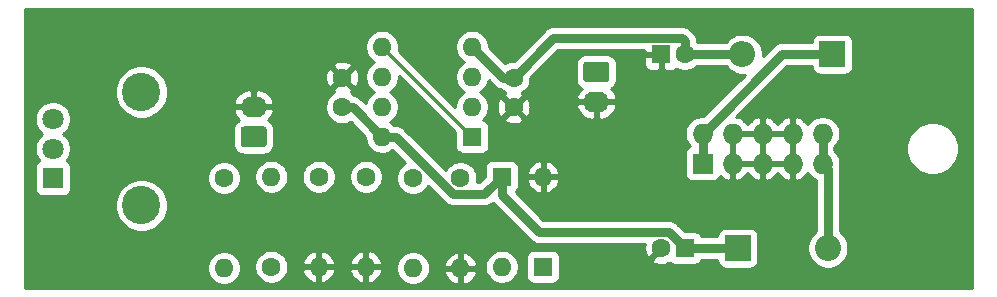
<source format=gbr>
G04 #@! TF.GenerationSoftware,KiCad,Pcbnew,5.1.6-c6e7f7d~87~ubuntu20.04.1*
G04 #@! TF.CreationDate,2020-08-28T15:20:52-04:00*
G04 #@! TF.ProjectId,Mikrokosmos,4d696b72-6f6b-46f7-936d-6f732e6b6963,rev?*
G04 #@! TF.SameCoordinates,Original*
G04 #@! TF.FileFunction,Copper,L2,Bot*
G04 #@! TF.FilePolarity,Positive*
%FSLAX46Y46*%
G04 Gerber Fmt 4.6, Leading zero omitted, Abs format (unit mm)*
G04 Created by KiCad (PCBNEW 5.1.6-c6e7f7d~87~ubuntu20.04.1) date 2020-08-28 15:20:52*
%MOMM*%
%LPD*%
G01*
G04 APERTURE LIST*
G04 #@! TA.AperFunction,ComponentPad*
%ADD10O,2.200000X1.740000*%
G04 #@! TD*
G04 #@! TA.AperFunction,ComponentPad*
%ADD11O,2.200000X2.200000*%
G04 #@! TD*
G04 #@! TA.AperFunction,ComponentPad*
%ADD12R,2.200000X2.200000*%
G04 #@! TD*
G04 #@! TA.AperFunction,ComponentPad*
%ADD13O,1.600000X1.600000*%
G04 #@! TD*
G04 #@! TA.AperFunction,ComponentPad*
%ADD14R,1.600000X1.600000*%
G04 #@! TD*
G04 #@! TA.AperFunction,ComponentPad*
%ADD15R,1.727200X1.727200*%
G04 #@! TD*
G04 #@! TA.AperFunction,ComponentPad*
%ADD16O,1.727200X1.727200*%
G04 #@! TD*
G04 #@! TA.AperFunction,ComponentPad*
%ADD17C,3.240000*%
G04 #@! TD*
G04 #@! TA.AperFunction,ComponentPad*
%ADD18C,1.800000*%
G04 #@! TD*
G04 #@! TA.AperFunction,ComponentPad*
%ADD19R,1.800000X1.800000*%
G04 #@! TD*
G04 #@! TA.AperFunction,ComponentPad*
%ADD20C,1.600000*%
G04 #@! TD*
G04 #@! TA.AperFunction,Conductor*
%ADD21C,0.750000*%
G04 #@! TD*
G04 #@! TA.AperFunction,Conductor*
%ADD22C,0.250000*%
G04 #@! TD*
G04 #@! TA.AperFunction,Conductor*
%ADD23C,0.254000*%
G04 #@! TD*
G04 APERTURE END LIST*
D10*
X127500000Y-108960000D03*
G04 #@! TA.AperFunction,ComponentPad*
G36*
G01*
X128350001Y-112370000D02*
X126649999Y-112370000D01*
G75*
G02*
X126400000Y-112120001I0J249999D01*
G01*
X126400000Y-110879999D01*
G75*
G02*
X126649999Y-110630000I249999J0D01*
G01*
X128350001Y-110630000D01*
G75*
G02*
X128600000Y-110879999I0J-249999D01*
G01*
X128600000Y-112120001D01*
G75*
G02*
X128350001Y-112370000I-249999J0D01*
G01*
G37*
G04 #@! TD.AperFunction*
X156500000Y-108540000D03*
G04 #@! TA.AperFunction,ComponentPad*
G36*
G01*
X155649999Y-105130000D02*
X157350001Y-105130000D01*
G75*
G02*
X157600000Y-105379999I0J-249999D01*
G01*
X157600000Y-106620001D01*
G75*
G02*
X157350001Y-106870000I-249999J0D01*
G01*
X155649999Y-106870000D01*
G75*
G02*
X155400000Y-106620001I0J249999D01*
G01*
X155400000Y-105379999D01*
G75*
G02*
X155649999Y-105130000I249999J0D01*
G01*
G37*
G04 #@! TD.AperFunction*
D11*
X168880000Y-104500000D03*
D12*
X176500000Y-104500000D03*
D11*
X176120000Y-120920000D03*
D12*
X168500000Y-120920000D03*
D13*
X152000000Y-114880000D03*
D14*
X152000000Y-122500000D03*
D13*
X148500000Y-122500000D03*
D14*
X148500000Y-114880000D03*
D15*
X165500000Y-113770000D03*
D16*
X165500000Y-111230000D03*
X168040000Y-113770000D03*
X168040000Y-111230000D03*
X170580000Y-113770000D03*
X170580000Y-111230000D03*
X173120000Y-113770000D03*
X173120000Y-111230000D03*
X175660000Y-113770000D03*
X175660000Y-111230000D03*
D17*
X118000000Y-117300000D03*
X118000000Y-107700000D03*
D18*
X110500000Y-110000000D03*
X110500000Y-112500000D03*
D19*
X110500000Y-115000000D03*
D13*
X138380000Y-111500000D03*
X146000000Y-103880000D03*
X138380000Y-108960000D03*
X146000000Y-106420000D03*
X138380000Y-106420000D03*
X146000000Y-108960000D03*
X138380000Y-103880000D03*
D14*
X146000000Y-111500000D03*
D13*
X125000000Y-122620000D03*
D20*
X125000000Y-115000000D03*
D13*
X129000000Y-114880000D03*
D20*
X129000000Y-122500000D03*
D13*
X133000000Y-122500000D03*
D20*
X133000000Y-114880000D03*
D13*
X141000000Y-122620000D03*
D20*
X141000000Y-115000000D03*
D13*
X137000000Y-122500000D03*
D20*
X137000000Y-114880000D03*
D13*
X145000000Y-122620000D03*
D20*
X145000000Y-115000000D03*
X149500000Y-106500000D03*
X149500000Y-109000000D03*
X135000000Y-106500000D03*
X135000000Y-109000000D03*
X164000000Y-104500000D03*
D14*
X162000000Y-104500000D03*
D20*
X162000000Y-120920000D03*
D14*
X164000000Y-120920000D03*
D21*
X164000000Y-120920000D02*
X168500000Y-120920000D01*
X147004999Y-116375001D02*
X148500000Y-114880000D01*
X144386371Y-116375001D02*
X147004999Y-116375001D01*
X139511370Y-111500000D02*
X144386371Y-116375001D01*
X138380000Y-111500000D02*
X139511370Y-111500000D01*
X148500000Y-116430000D02*
X148500000Y-114880000D01*
X151614999Y-119544999D02*
X148500000Y-116430000D01*
X162624999Y-119544999D02*
X151614999Y-119544999D01*
X164000000Y-120920000D02*
X162624999Y-119544999D01*
X135880000Y-109000000D02*
X138380000Y-111500000D01*
X135000000Y-109000000D02*
X135880000Y-109000000D01*
X168880000Y-104500000D02*
X164000000Y-104500000D01*
X148620000Y-106500000D02*
X146000000Y-103880000D01*
X149500000Y-106500000D02*
X148620000Y-106500000D01*
X152875001Y-103124999D02*
X149500000Y-106500000D01*
X164000000Y-103368630D02*
X163756369Y-103124999D01*
X163756369Y-103124999D02*
X152875001Y-103124999D01*
X164000000Y-104500000D02*
X164000000Y-103368630D01*
X176120000Y-114230000D02*
X175660000Y-113770000D01*
X176120000Y-120920000D02*
X176120000Y-114230000D01*
X175660000Y-113770000D02*
X175660000Y-111230000D01*
D22*
X138380000Y-103880000D02*
X146000000Y-111500000D01*
X152000000Y-121900000D02*
X152000000Y-122500000D01*
D21*
X165500000Y-113770000D02*
X165500000Y-111230000D01*
X172230000Y-104500000D02*
X176500000Y-104500000D01*
X165500000Y-111230000D02*
X172230000Y-104500000D01*
D23*
G36*
X188340000Y-124340000D02*
G01*
X108160000Y-124340000D01*
X108160000Y-122478665D01*
X123565000Y-122478665D01*
X123565000Y-122761335D01*
X123620147Y-123038574D01*
X123728320Y-123299727D01*
X123885363Y-123534759D01*
X124085241Y-123734637D01*
X124320273Y-123891680D01*
X124581426Y-123999853D01*
X124858665Y-124055000D01*
X125141335Y-124055000D01*
X125418574Y-123999853D01*
X125679727Y-123891680D01*
X125914759Y-123734637D01*
X126114637Y-123534759D01*
X126271680Y-123299727D01*
X126379853Y-123038574D01*
X126435000Y-122761335D01*
X126435000Y-122478665D01*
X126411131Y-122358665D01*
X127565000Y-122358665D01*
X127565000Y-122641335D01*
X127620147Y-122918574D01*
X127728320Y-123179727D01*
X127885363Y-123414759D01*
X128085241Y-123614637D01*
X128320273Y-123771680D01*
X128581426Y-123879853D01*
X128858665Y-123935000D01*
X129141335Y-123935000D01*
X129418574Y-123879853D01*
X129679727Y-123771680D01*
X129914759Y-123614637D01*
X130114637Y-123414759D01*
X130271680Y-123179727D01*
X130379853Y-122918574D01*
X130393684Y-122849040D01*
X131608091Y-122849040D01*
X131702930Y-123113881D01*
X131847615Y-123355131D01*
X132036586Y-123563519D01*
X132262580Y-123731037D01*
X132516913Y-123851246D01*
X132650961Y-123891904D01*
X132873000Y-123769915D01*
X132873000Y-122627000D01*
X133127000Y-122627000D01*
X133127000Y-123769915D01*
X133349039Y-123891904D01*
X133483087Y-123851246D01*
X133737420Y-123731037D01*
X133963414Y-123563519D01*
X134152385Y-123355131D01*
X134297070Y-123113881D01*
X134391909Y-122849040D01*
X135608091Y-122849040D01*
X135702930Y-123113881D01*
X135847615Y-123355131D01*
X136036586Y-123563519D01*
X136262580Y-123731037D01*
X136516913Y-123851246D01*
X136650961Y-123891904D01*
X136873000Y-123769915D01*
X136873000Y-122627000D01*
X137127000Y-122627000D01*
X137127000Y-123769915D01*
X137349039Y-123891904D01*
X137483087Y-123851246D01*
X137737420Y-123731037D01*
X137963414Y-123563519D01*
X138152385Y-123355131D01*
X138297070Y-123113881D01*
X138391909Y-122849040D01*
X138270624Y-122627000D01*
X137127000Y-122627000D01*
X136873000Y-122627000D01*
X135729376Y-122627000D01*
X135608091Y-122849040D01*
X134391909Y-122849040D01*
X134270624Y-122627000D01*
X133127000Y-122627000D01*
X132873000Y-122627000D01*
X131729376Y-122627000D01*
X131608091Y-122849040D01*
X130393684Y-122849040D01*
X130435000Y-122641335D01*
X130435000Y-122478665D01*
X139565000Y-122478665D01*
X139565000Y-122761335D01*
X139620147Y-123038574D01*
X139728320Y-123299727D01*
X139885363Y-123534759D01*
X140085241Y-123734637D01*
X140320273Y-123891680D01*
X140581426Y-123999853D01*
X140858665Y-124055000D01*
X141141335Y-124055000D01*
X141418574Y-123999853D01*
X141679727Y-123891680D01*
X141914759Y-123734637D01*
X142114637Y-123534759D01*
X142271680Y-123299727D01*
X142379853Y-123038574D01*
X142393684Y-122969040D01*
X143608091Y-122969040D01*
X143702930Y-123233881D01*
X143847615Y-123475131D01*
X144036586Y-123683519D01*
X144262580Y-123851037D01*
X144516913Y-123971246D01*
X144650961Y-124011904D01*
X144873000Y-123889915D01*
X144873000Y-122747000D01*
X145127000Y-122747000D01*
X145127000Y-123889915D01*
X145349039Y-124011904D01*
X145483087Y-123971246D01*
X145737420Y-123851037D01*
X145963414Y-123683519D01*
X146152385Y-123475131D01*
X146297070Y-123233881D01*
X146391909Y-122969040D01*
X146270624Y-122747000D01*
X145127000Y-122747000D01*
X144873000Y-122747000D01*
X143729376Y-122747000D01*
X143608091Y-122969040D01*
X142393684Y-122969040D01*
X142435000Y-122761335D01*
X142435000Y-122478665D01*
X142393685Y-122270960D01*
X143608091Y-122270960D01*
X143729376Y-122493000D01*
X144873000Y-122493000D01*
X144873000Y-121350085D01*
X145127000Y-121350085D01*
X145127000Y-122493000D01*
X146270624Y-122493000D01*
X146344001Y-122358665D01*
X147065000Y-122358665D01*
X147065000Y-122641335D01*
X147120147Y-122918574D01*
X147228320Y-123179727D01*
X147385363Y-123414759D01*
X147585241Y-123614637D01*
X147820273Y-123771680D01*
X148081426Y-123879853D01*
X148358665Y-123935000D01*
X148641335Y-123935000D01*
X148918574Y-123879853D01*
X149179727Y-123771680D01*
X149414759Y-123614637D01*
X149614637Y-123414759D01*
X149771680Y-123179727D01*
X149879853Y-122918574D01*
X149935000Y-122641335D01*
X149935000Y-122358665D01*
X149879853Y-122081426D01*
X149771680Y-121820273D01*
X149691317Y-121700000D01*
X150561928Y-121700000D01*
X150561928Y-123300000D01*
X150574188Y-123424482D01*
X150610498Y-123544180D01*
X150669463Y-123654494D01*
X150748815Y-123751185D01*
X150845506Y-123830537D01*
X150955820Y-123889502D01*
X151075518Y-123925812D01*
X151200000Y-123938072D01*
X152800000Y-123938072D01*
X152924482Y-123925812D01*
X153044180Y-123889502D01*
X153154494Y-123830537D01*
X153251185Y-123751185D01*
X153330537Y-123654494D01*
X153389502Y-123544180D01*
X153425812Y-123424482D01*
X153438072Y-123300000D01*
X153438072Y-121700000D01*
X153425812Y-121575518D01*
X153389502Y-121455820D01*
X153330537Y-121345506D01*
X153251185Y-121248815D01*
X153154494Y-121169463D01*
X153044180Y-121110498D01*
X152924482Y-121074188D01*
X152800000Y-121061928D01*
X151200000Y-121061928D01*
X151075518Y-121074188D01*
X150955820Y-121110498D01*
X150845506Y-121169463D01*
X150748815Y-121248815D01*
X150669463Y-121345506D01*
X150610498Y-121455820D01*
X150574188Y-121575518D01*
X150561928Y-121700000D01*
X149691317Y-121700000D01*
X149614637Y-121585241D01*
X149414759Y-121385363D01*
X149179727Y-121228320D01*
X148918574Y-121120147D01*
X148641335Y-121065000D01*
X148358665Y-121065000D01*
X148081426Y-121120147D01*
X147820273Y-121228320D01*
X147585241Y-121385363D01*
X147385363Y-121585241D01*
X147228320Y-121820273D01*
X147120147Y-122081426D01*
X147065000Y-122358665D01*
X146344001Y-122358665D01*
X146391909Y-122270960D01*
X146297070Y-122006119D01*
X146152385Y-121764869D01*
X145963414Y-121556481D01*
X145737420Y-121388963D01*
X145483087Y-121268754D01*
X145349039Y-121228096D01*
X145127000Y-121350085D01*
X144873000Y-121350085D01*
X144650961Y-121228096D01*
X144516913Y-121268754D01*
X144262580Y-121388963D01*
X144036586Y-121556481D01*
X143847615Y-121764869D01*
X143702930Y-122006119D01*
X143608091Y-122270960D01*
X142393685Y-122270960D01*
X142379853Y-122201426D01*
X142271680Y-121940273D01*
X142114637Y-121705241D01*
X141914759Y-121505363D01*
X141679727Y-121348320D01*
X141418574Y-121240147D01*
X141141335Y-121185000D01*
X140858665Y-121185000D01*
X140581426Y-121240147D01*
X140320273Y-121348320D01*
X140085241Y-121505363D01*
X139885363Y-121705241D01*
X139728320Y-121940273D01*
X139620147Y-122201426D01*
X139565000Y-122478665D01*
X130435000Y-122478665D01*
X130435000Y-122358665D01*
X130393685Y-122150960D01*
X131608091Y-122150960D01*
X131729376Y-122373000D01*
X132873000Y-122373000D01*
X132873000Y-121230085D01*
X133127000Y-121230085D01*
X133127000Y-122373000D01*
X134270624Y-122373000D01*
X134391909Y-122150960D01*
X135608091Y-122150960D01*
X135729376Y-122373000D01*
X136873000Y-122373000D01*
X136873000Y-121230085D01*
X137127000Y-121230085D01*
X137127000Y-122373000D01*
X138270624Y-122373000D01*
X138391909Y-122150960D01*
X138297070Y-121886119D01*
X138152385Y-121644869D01*
X137963414Y-121436481D01*
X137737420Y-121268963D01*
X137483087Y-121148754D01*
X137349039Y-121108096D01*
X137127000Y-121230085D01*
X136873000Y-121230085D01*
X136650961Y-121108096D01*
X136516913Y-121148754D01*
X136262580Y-121268963D01*
X136036586Y-121436481D01*
X135847615Y-121644869D01*
X135702930Y-121886119D01*
X135608091Y-122150960D01*
X134391909Y-122150960D01*
X134297070Y-121886119D01*
X134152385Y-121644869D01*
X133963414Y-121436481D01*
X133737420Y-121268963D01*
X133483087Y-121148754D01*
X133349039Y-121108096D01*
X133127000Y-121230085D01*
X132873000Y-121230085D01*
X132650961Y-121108096D01*
X132516913Y-121148754D01*
X132262580Y-121268963D01*
X132036586Y-121436481D01*
X131847615Y-121644869D01*
X131702930Y-121886119D01*
X131608091Y-122150960D01*
X130393685Y-122150960D01*
X130379853Y-122081426D01*
X130271680Y-121820273D01*
X130114637Y-121585241D01*
X129914759Y-121385363D01*
X129679727Y-121228320D01*
X129418574Y-121120147D01*
X129141335Y-121065000D01*
X128858665Y-121065000D01*
X128581426Y-121120147D01*
X128320273Y-121228320D01*
X128085241Y-121385363D01*
X127885363Y-121585241D01*
X127728320Y-121820273D01*
X127620147Y-122081426D01*
X127565000Y-122358665D01*
X126411131Y-122358665D01*
X126379853Y-122201426D01*
X126271680Y-121940273D01*
X126114637Y-121705241D01*
X125914759Y-121505363D01*
X125679727Y-121348320D01*
X125418574Y-121240147D01*
X125141335Y-121185000D01*
X124858665Y-121185000D01*
X124581426Y-121240147D01*
X124320273Y-121348320D01*
X124085241Y-121505363D01*
X123885363Y-121705241D01*
X123728320Y-121940273D01*
X123620147Y-122201426D01*
X123565000Y-122478665D01*
X108160000Y-122478665D01*
X108160000Y-117077902D01*
X115745000Y-117077902D01*
X115745000Y-117522098D01*
X115831658Y-117957759D01*
X116001645Y-118368143D01*
X116248427Y-118737479D01*
X116562521Y-119051573D01*
X116931857Y-119298355D01*
X117342241Y-119468342D01*
X117777902Y-119555000D01*
X118222098Y-119555000D01*
X118657759Y-119468342D01*
X119068143Y-119298355D01*
X119437479Y-119051573D01*
X119751573Y-118737479D01*
X119998355Y-118368143D01*
X120168342Y-117957759D01*
X120255000Y-117522098D01*
X120255000Y-117077902D01*
X120168342Y-116642241D01*
X119998355Y-116231857D01*
X119751573Y-115862521D01*
X119437479Y-115548427D01*
X119068143Y-115301645D01*
X118657759Y-115131658D01*
X118222098Y-115045000D01*
X117777902Y-115045000D01*
X117342241Y-115131658D01*
X116931857Y-115301645D01*
X116562521Y-115548427D01*
X116248427Y-115862521D01*
X116001645Y-116231857D01*
X115831658Y-116642241D01*
X115745000Y-117077902D01*
X108160000Y-117077902D01*
X108160000Y-114100000D01*
X108961928Y-114100000D01*
X108961928Y-115900000D01*
X108974188Y-116024482D01*
X109010498Y-116144180D01*
X109069463Y-116254494D01*
X109148815Y-116351185D01*
X109245506Y-116430537D01*
X109355820Y-116489502D01*
X109475518Y-116525812D01*
X109600000Y-116538072D01*
X111400000Y-116538072D01*
X111524482Y-116525812D01*
X111644180Y-116489502D01*
X111754494Y-116430537D01*
X111851185Y-116351185D01*
X111930537Y-116254494D01*
X111989502Y-116144180D01*
X112025812Y-116024482D01*
X112038072Y-115900000D01*
X112038072Y-114858665D01*
X123565000Y-114858665D01*
X123565000Y-115141335D01*
X123620147Y-115418574D01*
X123728320Y-115679727D01*
X123885363Y-115914759D01*
X124085241Y-116114637D01*
X124320273Y-116271680D01*
X124581426Y-116379853D01*
X124858665Y-116435000D01*
X125141335Y-116435000D01*
X125418574Y-116379853D01*
X125679727Y-116271680D01*
X125914759Y-116114637D01*
X126114637Y-115914759D01*
X126271680Y-115679727D01*
X126379853Y-115418574D01*
X126435000Y-115141335D01*
X126435000Y-114858665D01*
X126411131Y-114738665D01*
X127565000Y-114738665D01*
X127565000Y-115021335D01*
X127620147Y-115298574D01*
X127728320Y-115559727D01*
X127885363Y-115794759D01*
X128085241Y-115994637D01*
X128320273Y-116151680D01*
X128581426Y-116259853D01*
X128858665Y-116315000D01*
X129141335Y-116315000D01*
X129418574Y-116259853D01*
X129679727Y-116151680D01*
X129914759Y-115994637D01*
X130114637Y-115794759D01*
X130271680Y-115559727D01*
X130379853Y-115298574D01*
X130435000Y-115021335D01*
X130435000Y-114738665D01*
X131565000Y-114738665D01*
X131565000Y-115021335D01*
X131620147Y-115298574D01*
X131728320Y-115559727D01*
X131885363Y-115794759D01*
X132085241Y-115994637D01*
X132320273Y-116151680D01*
X132581426Y-116259853D01*
X132858665Y-116315000D01*
X133141335Y-116315000D01*
X133418574Y-116259853D01*
X133679727Y-116151680D01*
X133914759Y-115994637D01*
X134114637Y-115794759D01*
X134271680Y-115559727D01*
X134379853Y-115298574D01*
X134435000Y-115021335D01*
X134435000Y-114738665D01*
X135565000Y-114738665D01*
X135565000Y-115021335D01*
X135620147Y-115298574D01*
X135728320Y-115559727D01*
X135885363Y-115794759D01*
X136085241Y-115994637D01*
X136320273Y-116151680D01*
X136581426Y-116259853D01*
X136858665Y-116315000D01*
X137141335Y-116315000D01*
X137418574Y-116259853D01*
X137679727Y-116151680D01*
X137914759Y-115994637D01*
X138114637Y-115794759D01*
X138271680Y-115559727D01*
X138379853Y-115298574D01*
X138435000Y-115021335D01*
X138435000Y-114738665D01*
X138379853Y-114461426D01*
X138271680Y-114200273D01*
X138114637Y-113965241D01*
X137914759Y-113765363D01*
X137679727Y-113608320D01*
X137418574Y-113500147D01*
X137141335Y-113445000D01*
X136858665Y-113445000D01*
X136581426Y-113500147D01*
X136320273Y-113608320D01*
X136085241Y-113765363D01*
X135885363Y-113965241D01*
X135728320Y-114200273D01*
X135620147Y-114461426D01*
X135565000Y-114738665D01*
X134435000Y-114738665D01*
X134379853Y-114461426D01*
X134271680Y-114200273D01*
X134114637Y-113965241D01*
X133914759Y-113765363D01*
X133679727Y-113608320D01*
X133418574Y-113500147D01*
X133141335Y-113445000D01*
X132858665Y-113445000D01*
X132581426Y-113500147D01*
X132320273Y-113608320D01*
X132085241Y-113765363D01*
X131885363Y-113965241D01*
X131728320Y-114200273D01*
X131620147Y-114461426D01*
X131565000Y-114738665D01*
X130435000Y-114738665D01*
X130379853Y-114461426D01*
X130271680Y-114200273D01*
X130114637Y-113965241D01*
X129914759Y-113765363D01*
X129679727Y-113608320D01*
X129418574Y-113500147D01*
X129141335Y-113445000D01*
X128858665Y-113445000D01*
X128581426Y-113500147D01*
X128320273Y-113608320D01*
X128085241Y-113765363D01*
X127885363Y-113965241D01*
X127728320Y-114200273D01*
X127620147Y-114461426D01*
X127565000Y-114738665D01*
X126411131Y-114738665D01*
X126379853Y-114581426D01*
X126271680Y-114320273D01*
X126114637Y-114085241D01*
X125914759Y-113885363D01*
X125679727Y-113728320D01*
X125418574Y-113620147D01*
X125141335Y-113565000D01*
X124858665Y-113565000D01*
X124581426Y-113620147D01*
X124320273Y-113728320D01*
X124085241Y-113885363D01*
X123885363Y-114085241D01*
X123728320Y-114320273D01*
X123620147Y-114581426D01*
X123565000Y-114858665D01*
X112038072Y-114858665D01*
X112038072Y-114100000D01*
X112025812Y-113975518D01*
X111989502Y-113855820D01*
X111930537Y-113745506D01*
X111851185Y-113648815D01*
X111754494Y-113569463D01*
X111654697Y-113516120D01*
X111692312Y-113478505D01*
X111860299Y-113227095D01*
X111976011Y-112947743D01*
X112035000Y-112651184D01*
X112035000Y-112348816D01*
X111976011Y-112052257D01*
X111860299Y-111772905D01*
X111692312Y-111521495D01*
X111478505Y-111307688D01*
X111392169Y-111250000D01*
X111478505Y-111192312D01*
X111692312Y-110978505D01*
X111758131Y-110879999D01*
X125761928Y-110879999D01*
X125761928Y-112120001D01*
X125778992Y-112293255D01*
X125829528Y-112459851D01*
X125911595Y-112613387D01*
X126022038Y-112747962D01*
X126156613Y-112858405D01*
X126310149Y-112940472D01*
X126476745Y-112991008D01*
X126649999Y-113008072D01*
X128350001Y-113008072D01*
X128523255Y-112991008D01*
X128689851Y-112940472D01*
X128843387Y-112858405D01*
X128977962Y-112747962D01*
X129088405Y-112613387D01*
X129170472Y-112459851D01*
X129221008Y-112293255D01*
X129238072Y-112120001D01*
X129238072Y-110879999D01*
X129221008Y-110706745D01*
X129170472Y-110540149D01*
X129088405Y-110386613D01*
X128977962Y-110252038D01*
X128843387Y-110141595D01*
X128734686Y-110083493D01*
X128890536Y-109930494D01*
X129057571Y-109685437D01*
X129173588Y-109412502D01*
X129191302Y-109320031D01*
X129070246Y-109087000D01*
X127627000Y-109087000D01*
X127627000Y-109107000D01*
X127373000Y-109107000D01*
X127373000Y-109087000D01*
X125929754Y-109087000D01*
X125808698Y-109320031D01*
X125826412Y-109412502D01*
X125942429Y-109685437D01*
X126109464Y-109930494D01*
X126265314Y-110083493D01*
X126156613Y-110141595D01*
X126022038Y-110252038D01*
X125911595Y-110386613D01*
X125829528Y-110540149D01*
X125778992Y-110706745D01*
X125761928Y-110879999D01*
X111758131Y-110879999D01*
X111860299Y-110727095D01*
X111976011Y-110447743D01*
X112035000Y-110151184D01*
X112035000Y-109848816D01*
X111976011Y-109552257D01*
X111860299Y-109272905D01*
X111692312Y-109021495D01*
X111478505Y-108807688D01*
X111227095Y-108639701D01*
X110947743Y-108523989D01*
X110651184Y-108465000D01*
X110348816Y-108465000D01*
X110052257Y-108523989D01*
X109772905Y-108639701D01*
X109521495Y-108807688D01*
X109307688Y-109021495D01*
X109139701Y-109272905D01*
X109023989Y-109552257D01*
X108965000Y-109848816D01*
X108965000Y-110151184D01*
X109023989Y-110447743D01*
X109139701Y-110727095D01*
X109307688Y-110978505D01*
X109521495Y-111192312D01*
X109607831Y-111250000D01*
X109521495Y-111307688D01*
X109307688Y-111521495D01*
X109139701Y-111772905D01*
X109023989Y-112052257D01*
X108965000Y-112348816D01*
X108965000Y-112651184D01*
X109023989Y-112947743D01*
X109139701Y-113227095D01*
X109307688Y-113478505D01*
X109345303Y-113516120D01*
X109245506Y-113569463D01*
X109148815Y-113648815D01*
X109069463Y-113745506D01*
X109010498Y-113855820D01*
X108974188Y-113975518D01*
X108961928Y-114100000D01*
X108160000Y-114100000D01*
X108160000Y-107477902D01*
X115745000Y-107477902D01*
X115745000Y-107922098D01*
X115831658Y-108357759D01*
X116001645Y-108768143D01*
X116248427Y-109137479D01*
X116562521Y-109451573D01*
X116931857Y-109698355D01*
X117342241Y-109868342D01*
X117777902Y-109955000D01*
X118222098Y-109955000D01*
X118657759Y-109868342D01*
X119068143Y-109698355D01*
X119437479Y-109451573D01*
X119751573Y-109137479D01*
X119937870Y-108858665D01*
X133565000Y-108858665D01*
X133565000Y-109141335D01*
X133620147Y-109418574D01*
X133728320Y-109679727D01*
X133885363Y-109914759D01*
X134085241Y-110114637D01*
X134320273Y-110271680D01*
X134581426Y-110379853D01*
X134858665Y-110435000D01*
X135141335Y-110435000D01*
X135418574Y-110379853D01*
X135679727Y-110271680D01*
X135705862Y-110254217D01*
X136945000Y-111493356D01*
X136945000Y-111641335D01*
X137000147Y-111918574D01*
X137108320Y-112179727D01*
X137265363Y-112414759D01*
X137465241Y-112614637D01*
X137700273Y-112771680D01*
X137961426Y-112879853D01*
X138238665Y-112935000D01*
X138521335Y-112935000D01*
X138798574Y-112879853D01*
X139059727Y-112771680D01*
X139236547Y-112653533D01*
X140314915Y-113731900D01*
X140085241Y-113885363D01*
X139885363Y-114085241D01*
X139728320Y-114320273D01*
X139620147Y-114581426D01*
X139565000Y-114858665D01*
X139565000Y-115141335D01*
X139620147Y-115418574D01*
X139728320Y-115679727D01*
X139885363Y-115914759D01*
X140085241Y-116114637D01*
X140320273Y-116271680D01*
X140581426Y-116379853D01*
X140858665Y-116435000D01*
X141141335Y-116435000D01*
X141418574Y-116379853D01*
X141679727Y-116271680D01*
X141914759Y-116114637D01*
X142114637Y-115914759D01*
X142268100Y-115685085D01*
X143637115Y-117054101D01*
X143668738Y-117092634D01*
X143822531Y-117218848D01*
X143997991Y-117312633D01*
X144188376Y-117370386D01*
X144386371Y-117389887D01*
X144435979Y-117385001D01*
X146955391Y-117385001D01*
X147004999Y-117389887D01*
X147202993Y-117370386D01*
X147212072Y-117367632D01*
X147393379Y-117312633D01*
X147568839Y-117218848D01*
X147722632Y-117092634D01*
X147729931Y-117083740D01*
X147782367Y-117147633D01*
X147820906Y-117179261D01*
X150865742Y-120224098D01*
X150897366Y-120262632D01*
X151051159Y-120388846D01*
X151135629Y-120433996D01*
X151226619Y-120482631D01*
X151417004Y-120540384D01*
X151614999Y-120559885D01*
X151664607Y-120554999D01*
X160612098Y-120554999D01*
X160573700Y-120708184D01*
X160559783Y-120990512D01*
X160601213Y-121270130D01*
X160696397Y-121536292D01*
X160763329Y-121661514D01*
X161007298Y-121733097D01*
X161820395Y-120920000D01*
X161806253Y-120905858D01*
X161985858Y-120726253D01*
X162000000Y-120740395D01*
X162014143Y-120726253D01*
X162193748Y-120905858D01*
X162179605Y-120920000D01*
X162193748Y-120934143D01*
X162014143Y-121113748D01*
X162000000Y-121099605D01*
X161186903Y-121912702D01*
X161258486Y-122156671D01*
X161513996Y-122277571D01*
X161788184Y-122346300D01*
X162070512Y-122360217D01*
X162350130Y-122318787D01*
X162616292Y-122223603D01*
X162738309Y-122158384D01*
X162748815Y-122171185D01*
X162845506Y-122250537D01*
X162955820Y-122309502D01*
X163075518Y-122345812D01*
X163200000Y-122358072D01*
X164800000Y-122358072D01*
X164924482Y-122345812D01*
X165044180Y-122309502D01*
X165154494Y-122250537D01*
X165251185Y-122171185D01*
X165330537Y-122074494D01*
X165389502Y-121964180D01*
X165399870Y-121930000D01*
X166761928Y-121930000D01*
X166761928Y-122020000D01*
X166774188Y-122144482D01*
X166810498Y-122264180D01*
X166869463Y-122374494D01*
X166948815Y-122471185D01*
X167045506Y-122550537D01*
X167155820Y-122609502D01*
X167275518Y-122645812D01*
X167400000Y-122658072D01*
X169600000Y-122658072D01*
X169724482Y-122645812D01*
X169844180Y-122609502D01*
X169954494Y-122550537D01*
X170051185Y-122471185D01*
X170130537Y-122374494D01*
X170189502Y-122264180D01*
X170225812Y-122144482D01*
X170238072Y-122020000D01*
X170238072Y-119820000D01*
X170225812Y-119695518D01*
X170189502Y-119575820D01*
X170130537Y-119465506D01*
X170051185Y-119368815D01*
X169954494Y-119289463D01*
X169844180Y-119230498D01*
X169724482Y-119194188D01*
X169600000Y-119181928D01*
X167400000Y-119181928D01*
X167275518Y-119194188D01*
X167155820Y-119230498D01*
X167045506Y-119289463D01*
X166948815Y-119368815D01*
X166869463Y-119465506D01*
X166810498Y-119575820D01*
X166774188Y-119695518D01*
X166761928Y-119820000D01*
X166761928Y-119910000D01*
X165399870Y-119910000D01*
X165389502Y-119875820D01*
X165330537Y-119765506D01*
X165251185Y-119668815D01*
X165154494Y-119589463D01*
X165044180Y-119530498D01*
X164924482Y-119494188D01*
X164800000Y-119481928D01*
X163990283Y-119481928D01*
X163374260Y-118865905D01*
X163342632Y-118827366D01*
X163188839Y-118701152D01*
X163013379Y-118607367D01*
X162822993Y-118549614D01*
X162674607Y-118534999D01*
X162624999Y-118530113D01*
X162575391Y-118534999D01*
X152033355Y-118534999D01*
X149684372Y-116186017D01*
X149751185Y-116131185D01*
X149830537Y-116034494D01*
X149889502Y-115924180D01*
X149925812Y-115804482D01*
X149938072Y-115680000D01*
X149938072Y-115229040D01*
X150608091Y-115229040D01*
X150702930Y-115493881D01*
X150847615Y-115735131D01*
X151036586Y-115943519D01*
X151262580Y-116111037D01*
X151516913Y-116231246D01*
X151650961Y-116271904D01*
X151873000Y-116149915D01*
X151873000Y-115007000D01*
X152127000Y-115007000D01*
X152127000Y-116149915D01*
X152349039Y-116271904D01*
X152483087Y-116231246D01*
X152737420Y-116111037D01*
X152963414Y-115943519D01*
X153152385Y-115735131D01*
X153297070Y-115493881D01*
X153391909Y-115229040D01*
X153270624Y-115007000D01*
X152127000Y-115007000D01*
X151873000Y-115007000D01*
X150729376Y-115007000D01*
X150608091Y-115229040D01*
X149938072Y-115229040D01*
X149938072Y-114530960D01*
X150608091Y-114530960D01*
X150729376Y-114753000D01*
X151873000Y-114753000D01*
X151873000Y-113610085D01*
X152127000Y-113610085D01*
X152127000Y-114753000D01*
X153270624Y-114753000D01*
X153391909Y-114530960D01*
X153297070Y-114266119D01*
X153152385Y-114024869D01*
X152963414Y-113816481D01*
X152737420Y-113648963D01*
X152483087Y-113528754D01*
X152349039Y-113488096D01*
X152127000Y-113610085D01*
X151873000Y-113610085D01*
X151650961Y-113488096D01*
X151516913Y-113528754D01*
X151262580Y-113648963D01*
X151036586Y-113816481D01*
X150847615Y-114024869D01*
X150702930Y-114266119D01*
X150608091Y-114530960D01*
X149938072Y-114530960D01*
X149938072Y-114080000D01*
X149925812Y-113955518D01*
X149889502Y-113835820D01*
X149830537Y-113725506D01*
X149751185Y-113628815D01*
X149654494Y-113549463D01*
X149544180Y-113490498D01*
X149424482Y-113454188D01*
X149300000Y-113441928D01*
X147700000Y-113441928D01*
X147575518Y-113454188D01*
X147455820Y-113490498D01*
X147345506Y-113549463D01*
X147248815Y-113628815D01*
X147169463Y-113725506D01*
X147110498Y-113835820D01*
X147074188Y-113955518D01*
X147061928Y-114080000D01*
X147061928Y-114889716D01*
X146586644Y-115365001D01*
X146390509Y-115365001D01*
X146435000Y-115141335D01*
X146435000Y-114858665D01*
X146379853Y-114581426D01*
X146271680Y-114320273D01*
X146114637Y-114085241D01*
X145914759Y-113885363D01*
X145679727Y-113728320D01*
X145418574Y-113620147D01*
X145141335Y-113565000D01*
X144858665Y-113565000D01*
X144581426Y-113620147D01*
X144320273Y-113728320D01*
X144085241Y-113885363D01*
X143885363Y-114085241D01*
X143741009Y-114301283D01*
X140260631Y-110820906D01*
X140229003Y-110782367D01*
X140075210Y-110656153D01*
X139899750Y-110562368D01*
X139709364Y-110504615D01*
X139560978Y-110490000D01*
X139511370Y-110485114D01*
X139461762Y-110490000D01*
X139399396Y-110490000D01*
X139294759Y-110385363D01*
X139062241Y-110230000D01*
X139294759Y-110074637D01*
X139494637Y-109874759D01*
X139651680Y-109639727D01*
X139759853Y-109378574D01*
X139815000Y-109101335D01*
X139815000Y-108818665D01*
X139759853Y-108541426D01*
X139651680Y-108280273D01*
X139494637Y-108045241D01*
X139294759Y-107845363D01*
X139062241Y-107690000D01*
X139294759Y-107534637D01*
X139494637Y-107334759D01*
X139651680Y-107099727D01*
X139759853Y-106838574D01*
X139815000Y-106561335D01*
X139815000Y-106389801D01*
X144561928Y-111136730D01*
X144561928Y-112300000D01*
X144574188Y-112424482D01*
X144610498Y-112544180D01*
X144669463Y-112654494D01*
X144748815Y-112751185D01*
X144845506Y-112830537D01*
X144955820Y-112889502D01*
X145075518Y-112925812D01*
X145200000Y-112938072D01*
X146800000Y-112938072D01*
X146924482Y-112925812D01*
X147044180Y-112889502D01*
X147154494Y-112830537D01*
X147251185Y-112751185D01*
X147330537Y-112654494D01*
X147389502Y-112544180D01*
X147425812Y-112424482D01*
X147438072Y-112300000D01*
X147438072Y-110700000D01*
X147425812Y-110575518D01*
X147389502Y-110455820D01*
X147330537Y-110345506D01*
X147251185Y-110248815D01*
X147154494Y-110169463D01*
X147044180Y-110110498D01*
X146924482Y-110074188D01*
X146916039Y-110073357D01*
X146996694Y-109992702D01*
X148686903Y-109992702D01*
X148758486Y-110236671D01*
X149013996Y-110357571D01*
X149288184Y-110426300D01*
X149570512Y-110440217D01*
X149850130Y-110398787D01*
X150116292Y-110303603D01*
X150241514Y-110236671D01*
X150313097Y-109992702D01*
X149500000Y-109179605D01*
X148686903Y-109992702D01*
X146996694Y-109992702D01*
X147114637Y-109874759D01*
X147271680Y-109639727D01*
X147379853Y-109378574D01*
X147435000Y-109101335D01*
X147435000Y-109070512D01*
X148059783Y-109070512D01*
X148101213Y-109350130D01*
X148196397Y-109616292D01*
X148263329Y-109741514D01*
X148507298Y-109813097D01*
X149320395Y-109000000D01*
X149679605Y-109000000D01*
X150492702Y-109813097D01*
X150736671Y-109741514D01*
X150857571Y-109486004D01*
X150926300Y-109211816D01*
X150940217Y-108929488D01*
X150935853Y-108900031D01*
X154808698Y-108900031D01*
X154826412Y-108992502D01*
X154942429Y-109265437D01*
X155109464Y-109510494D01*
X155321097Y-109718256D01*
X155569196Y-109880738D01*
X155844227Y-109991696D01*
X156135620Y-110046866D01*
X156373000Y-109890586D01*
X156373000Y-108667000D01*
X156627000Y-108667000D01*
X156627000Y-109890586D01*
X156864380Y-110046866D01*
X157155773Y-109991696D01*
X157430804Y-109880738D01*
X157678903Y-109718256D01*
X157890536Y-109510494D01*
X158057571Y-109265437D01*
X158173588Y-108992502D01*
X158191302Y-108900031D01*
X158070246Y-108667000D01*
X156627000Y-108667000D01*
X156373000Y-108667000D01*
X154929754Y-108667000D01*
X154808698Y-108900031D01*
X150935853Y-108900031D01*
X150898787Y-108649870D01*
X150803603Y-108383708D01*
X150736671Y-108258486D01*
X150492702Y-108186903D01*
X149679605Y-109000000D01*
X149320395Y-109000000D01*
X148507298Y-108186903D01*
X148263329Y-108258486D01*
X148142429Y-108513996D01*
X148073700Y-108788184D01*
X148059783Y-109070512D01*
X147435000Y-109070512D01*
X147435000Y-108818665D01*
X147379853Y-108541426D01*
X147271680Y-108280273D01*
X147114637Y-108045241D01*
X146914759Y-107845363D01*
X146682241Y-107690000D01*
X146914759Y-107534637D01*
X147114637Y-107334759D01*
X147271680Y-107099727D01*
X147379853Y-106838574D01*
X147404800Y-106713156D01*
X147870744Y-107179100D01*
X147902367Y-107217633D01*
X148056160Y-107343847D01*
X148231620Y-107437632D01*
X148422005Y-107495385D01*
X148470794Y-107500190D01*
X148585241Y-107614637D01*
X148785869Y-107748692D01*
X148758486Y-107763329D01*
X148686903Y-108007298D01*
X149500000Y-108820395D01*
X150313097Y-108007298D01*
X150241514Y-107763329D01*
X150212659Y-107749676D01*
X150414759Y-107614637D01*
X150614637Y-107414759D01*
X150771680Y-107179727D01*
X150879853Y-106918574D01*
X150935000Y-106641335D01*
X150935000Y-106493355D01*
X152048356Y-105379999D01*
X154761928Y-105379999D01*
X154761928Y-106620001D01*
X154778992Y-106793255D01*
X154829528Y-106959851D01*
X154911595Y-107113387D01*
X155022038Y-107247962D01*
X155156613Y-107358405D01*
X155265314Y-107416507D01*
X155109464Y-107569506D01*
X154942429Y-107814563D01*
X154826412Y-108087498D01*
X154808698Y-108179969D01*
X154929754Y-108413000D01*
X156373000Y-108413000D01*
X156373000Y-108393000D01*
X156627000Y-108393000D01*
X156627000Y-108413000D01*
X158070246Y-108413000D01*
X158191302Y-108179969D01*
X158173588Y-108087498D01*
X158057571Y-107814563D01*
X157890536Y-107569506D01*
X157734686Y-107416507D01*
X157843387Y-107358405D01*
X157977962Y-107247962D01*
X158088405Y-107113387D01*
X158170472Y-106959851D01*
X158221008Y-106793255D01*
X158238072Y-106620001D01*
X158238072Y-105379999D01*
X158230193Y-105300000D01*
X160561928Y-105300000D01*
X160574188Y-105424482D01*
X160610498Y-105544180D01*
X160669463Y-105654494D01*
X160748815Y-105751185D01*
X160845506Y-105830537D01*
X160955820Y-105889502D01*
X161075518Y-105925812D01*
X161200000Y-105938072D01*
X161714250Y-105935000D01*
X161873000Y-105776250D01*
X161873000Y-104627000D01*
X160723750Y-104627000D01*
X160565000Y-104785750D01*
X160561928Y-105300000D01*
X158230193Y-105300000D01*
X158221008Y-105206745D01*
X158170472Y-105040149D01*
X158088405Y-104886613D01*
X157977962Y-104752038D01*
X157843387Y-104641595D01*
X157689851Y-104559528D01*
X157523255Y-104508992D01*
X157350001Y-104491928D01*
X155649999Y-104491928D01*
X155476745Y-104508992D01*
X155310149Y-104559528D01*
X155156613Y-104641595D01*
X155022038Y-104752038D01*
X154911595Y-104886613D01*
X154829528Y-105040149D01*
X154778992Y-105206745D01*
X154761928Y-105379999D01*
X152048356Y-105379999D01*
X153293356Y-104134999D01*
X160564527Y-104134999D01*
X160565000Y-104214250D01*
X160723750Y-104373000D01*
X161873000Y-104373000D01*
X161873000Y-104353000D01*
X162127000Y-104353000D01*
X162127000Y-104373000D01*
X162147000Y-104373000D01*
X162147000Y-104627000D01*
X162127000Y-104627000D01*
X162127000Y-105776250D01*
X162285750Y-105935000D01*
X162800000Y-105938072D01*
X162924482Y-105925812D01*
X163044180Y-105889502D01*
X163154494Y-105830537D01*
X163251185Y-105751185D01*
X163264790Y-105734607D01*
X163320273Y-105771680D01*
X163581426Y-105879853D01*
X163858665Y-105935000D01*
X164141335Y-105935000D01*
X164418574Y-105879853D01*
X164679727Y-105771680D01*
X164914759Y-105614637D01*
X165019396Y-105510000D01*
X167468193Y-105510000D01*
X167532337Y-105605998D01*
X167774002Y-105847663D01*
X168058169Y-106037537D01*
X168373919Y-106168325D01*
X168709117Y-106235000D01*
X169050883Y-106235000D01*
X169070559Y-106231086D01*
X165570245Y-109731400D01*
X165352401Y-109731400D01*
X165062875Y-109788990D01*
X164790147Y-109901958D01*
X164544698Y-110065961D01*
X164335961Y-110274698D01*
X164171958Y-110520147D01*
X164058990Y-110792875D01*
X164001400Y-111082401D01*
X164001400Y-111377599D01*
X164058990Y-111667125D01*
X164171958Y-111939853D01*
X164335961Y-112185302D01*
X164450023Y-112299364D01*
X164392220Y-112316898D01*
X164281906Y-112375863D01*
X164185215Y-112455215D01*
X164105863Y-112551906D01*
X164046898Y-112662220D01*
X164010588Y-112781918D01*
X163998328Y-112906400D01*
X163998328Y-114633600D01*
X164010588Y-114758082D01*
X164046898Y-114877780D01*
X164105863Y-114988094D01*
X164185215Y-115084785D01*
X164281906Y-115164137D01*
X164392220Y-115223102D01*
X164511918Y-115259412D01*
X164636400Y-115271672D01*
X166363600Y-115271672D01*
X166488082Y-115259412D01*
X166607780Y-115223102D01*
X166718094Y-115164137D01*
X166814785Y-115084785D01*
X166894137Y-114988094D01*
X166953102Y-114877780D01*
X166972624Y-114813426D01*
X167029707Y-114876854D01*
X167265056Y-115052684D01*
X167530186Y-115179222D01*
X167680974Y-115224958D01*
X167913000Y-115103817D01*
X167913000Y-113897000D01*
X168167000Y-113897000D01*
X168167000Y-115103817D01*
X168399026Y-115224958D01*
X168549814Y-115179222D01*
X168814944Y-115052684D01*
X169050293Y-114876854D01*
X169246817Y-114658488D01*
X169310000Y-114552230D01*
X169373183Y-114658488D01*
X169569707Y-114876854D01*
X169805056Y-115052684D01*
X170070186Y-115179222D01*
X170220974Y-115224958D01*
X170453000Y-115103817D01*
X170453000Y-113897000D01*
X170707000Y-113897000D01*
X170707000Y-115103817D01*
X170939026Y-115224958D01*
X171089814Y-115179222D01*
X171354944Y-115052684D01*
X171590293Y-114876854D01*
X171786817Y-114658488D01*
X171850000Y-114552230D01*
X171913183Y-114658488D01*
X172109707Y-114876854D01*
X172345056Y-115052684D01*
X172610186Y-115179222D01*
X172760974Y-115224958D01*
X172993000Y-115103817D01*
X172993000Y-113897000D01*
X170707000Y-113897000D01*
X170453000Y-113897000D01*
X168167000Y-113897000D01*
X167913000Y-113897000D01*
X167893000Y-113897000D01*
X167893000Y-113643000D01*
X167913000Y-113643000D01*
X167913000Y-111357000D01*
X168167000Y-111357000D01*
X168167000Y-113643000D01*
X170453000Y-113643000D01*
X170453000Y-111357000D01*
X170707000Y-111357000D01*
X170707000Y-113643000D01*
X172993000Y-113643000D01*
X172993000Y-111357000D01*
X170707000Y-111357000D01*
X170453000Y-111357000D01*
X168167000Y-111357000D01*
X167913000Y-111357000D01*
X167893000Y-111357000D01*
X167893000Y-111103000D01*
X167913000Y-111103000D01*
X167913000Y-111083000D01*
X168167000Y-111083000D01*
X168167000Y-111103000D01*
X170453000Y-111103000D01*
X170453000Y-109896183D01*
X170707000Y-109896183D01*
X170707000Y-111103000D01*
X172993000Y-111103000D01*
X172993000Y-109896183D01*
X173247000Y-109896183D01*
X173247000Y-111103000D01*
X173267000Y-111103000D01*
X173267000Y-111357000D01*
X173247000Y-111357000D01*
X173247000Y-113643000D01*
X173267000Y-113643000D01*
X173267000Y-113897000D01*
X173247000Y-113897000D01*
X173247000Y-115103817D01*
X173479026Y-115224958D01*
X173629814Y-115179222D01*
X173894944Y-115052684D01*
X174130293Y-114876854D01*
X174326817Y-114658488D01*
X174385441Y-114559897D01*
X174495961Y-114725302D01*
X174704698Y-114934039D01*
X174950147Y-115098042D01*
X175110001Y-115164256D01*
X175110000Y-119508193D01*
X175014002Y-119572337D01*
X174772337Y-119814002D01*
X174582463Y-120098169D01*
X174451675Y-120413919D01*
X174385000Y-120749117D01*
X174385000Y-121090883D01*
X174451675Y-121426081D01*
X174582463Y-121741831D01*
X174772337Y-122025998D01*
X175014002Y-122267663D01*
X175298169Y-122457537D01*
X175613919Y-122588325D01*
X175949117Y-122655000D01*
X176290883Y-122655000D01*
X176626081Y-122588325D01*
X176941831Y-122457537D01*
X177225998Y-122267663D01*
X177467663Y-122025998D01*
X177657537Y-121741831D01*
X177788325Y-121426081D01*
X177855000Y-121090883D01*
X177855000Y-120749117D01*
X177788325Y-120413919D01*
X177657537Y-120098169D01*
X177467663Y-119814002D01*
X177225998Y-119572337D01*
X177130000Y-119508193D01*
X177130000Y-114279604D01*
X177134886Y-114229999D01*
X177128225Y-114162368D01*
X177122160Y-114100795D01*
X177158600Y-113917599D01*
X177158600Y-113622401D01*
X177101010Y-113332875D01*
X176988042Y-113060147D01*
X176824039Y-112814698D01*
X176670000Y-112660659D01*
X176670000Y-112339341D01*
X176729469Y-112279872D01*
X182765000Y-112279872D01*
X182765000Y-112720128D01*
X182850890Y-113151925D01*
X183019369Y-113558669D01*
X183263962Y-113924729D01*
X183575271Y-114236038D01*
X183941331Y-114480631D01*
X184348075Y-114649110D01*
X184779872Y-114735000D01*
X185220128Y-114735000D01*
X185651925Y-114649110D01*
X186058669Y-114480631D01*
X186424729Y-114236038D01*
X186736038Y-113924729D01*
X186980631Y-113558669D01*
X187149110Y-113151925D01*
X187235000Y-112720128D01*
X187235000Y-112279872D01*
X187149110Y-111848075D01*
X186980631Y-111441331D01*
X186736038Y-111075271D01*
X186424729Y-110763962D01*
X186058669Y-110519369D01*
X185651925Y-110350890D01*
X185220128Y-110265000D01*
X184779872Y-110265000D01*
X184348075Y-110350890D01*
X183941331Y-110519369D01*
X183575271Y-110763962D01*
X183263962Y-111075271D01*
X183019369Y-111441331D01*
X182850890Y-111848075D01*
X182765000Y-112279872D01*
X176729469Y-112279872D01*
X176824039Y-112185302D01*
X176988042Y-111939853D01*
X177101010Y-111667125D01*
X177158600Y-111377599D01*
X177158600Y-111082401D01*
X177101010Y-110792875D01*
X176988042Y-110520147D01*
X176824039Y-110274698D01*
X176615302Y-110065961D01*
X176369853Y-109901958D01*
X176097125Y-109788990D01*
X175807599Y-109731400D01*
X175512401Y-109731400D01*
X175222875Y-109788990D01*
X174950147Y-109901958D01*
X174704698Y-110065961D01*
X174495961Y-110274698D01*
X174385441Y-110440103D01*
X174326817Y-110341512D01*
X174130293Y-110123146D01*
X173894944Y-109947316D01*
X173629814Y-109820778D01*
X173479026Y-109775042D01*
X173247000Y-109896183D01*
X172993000Y-109896183D01*
X172760974Y-109775042D01*
X172610186Y-109820778D01*
X172345056Y-109947316D01*
X172109707Y-110123146D01*
X171913183Y-110341512D01*
X171850000Y-110447770D01*
X171786817Y-110341512D01*
X171590293Y-110123146D01*
X171354944Y-109947316D01*
X171089814Y-109820778D01*
X170939026Y-109775042D01*
X170707000Y-109896183D01*
X170453000Y-109896183D01*
X170220974Y-109775042D01*
X170070186Y-109820778D01*
X169805056Y-109947316D01*
X169569707Y-110123146D01*
X169373183Y-110341512D01*
X169310000Y-110447770D01*
X169246817Y-110341512D01*
X169050293Y-110123146D01*
X168814944Y-109947316D01*
X168549814Y-109820778D01*
X168399026Y-109775042D01*
X168366147Y-109792208D01*
X172648355Y-105510000D01*
X174761928Y-105510000D01*
X174761928Y-105600000D01*
X174774188Y-105724482D01*
X174810498Y-105844180D01*
X174869463Y-105954494D01*
X174948815Y-106051185D01*
X175045506Y-106130537D01*
X175155820Y-106189502D01*
X175275518Y-106225812D01*
X175400000Y-106238072D01*
X177600000Y-106238072D01*
X177724482Y-106225812D01*
X177844180Y-106189502D01*
X177954494Y-106130537D01*
X178051185Y-106051185D01*
X178130537Y-105954494D01*
X178189502Y-105844180D01*
X178225812Y-105724482D01*
X178238072Y-105600000D01*
X178238072Y-103400000D01*
X178225812Y-103275518D01*
X178189502Y-103155820D01*
X178130537Y-103045506D01*
X178051185Y-102948815D01*
X177954494Y-102869463D01*
X177844180Y-102810498D01*
X177724482Y-102774188D01*
X177600000Y-102761928D01*
X175400000Y-102761928D01*
X175275518Y-102774188D01*
X175155820Y-102810498D01*
X175045506Y-102869463D01*
X174948815Y-102948815D01*
X174869463Y-103045506D01*
X174810498Y-103155820D01*
X174774188Y-103275518D01*
X174761928Y-103400000D01*
X174761928Y-103490000D01*
X172279604Y-103490000D01*
X172229999Y-103485114D01*
X172180394Y-103490000D01*
X172180392Y-103490000D01*
X172032006Y-103504615D01*
X171841620Y-103562368D01*
X171666160Y-103656153D01*
X171512367Y-103782367D01*
X171480739Y-103820906D01*
X170611086Y-104690559D01*
X170615000Y-104670883D01*
X170615000Y-104329117D01*
X170548325Y-103993919D01*
X170417537Y-103678169D01*
X170227663Y-103394002D01*
X169985998Y-103152337D01*
X169701831Y-102962463D01*
X169386081Y-102831675D01*
X169050883Y-102765000D01*
X168709117Y-102765000D01*
X168373919Y-102831675D01*
X168058169Y-102962463D01*
X167774002Y-103152337D01*
X167532337Y-103394002D01*
X167468193Y-103490000D01*
X165019396Y-103490000D01*
X165010000Y-103480604D01*
X165010000Y-103418234D01*
X165014886Y-103368629D01*
X165003085Y-103248815D01*
X164995385Y-103170636D01*
X164937632Y-102980250D01*
X164843847Y-102804790D01*
X164717633Y-102650997D01*
X164679090Y-102619366D01*
X164505631Y-102445906D01*
X164474002Y-102407366D01*
X164320209Y-102281152D01*
X164144749Y-102187367D01*
X163954363Y-102129614D01*
X163805977Y-102114999D01*
X163756369Y-102110113D01*
X163706761Y-102114999D01*
X152924605Y-102114999D01*
X152875000Y-102110113D01*
X152825395Y-102114999D01*
X152825393Y-102114999D01*
X152677007Y-102129614D01*
X152486621Y-102187367D01*
X152311161Y-102281152D01*
X152157368Y-102407366D01*
X152125740Y-102445905D01*
X149506645Y-105065000D01*
X149358665Y-105065000D01*
X149081426Y-105120147D01*
X148820273Y-105228320D01*
X148794138Y-105245783D01*
X147435000Y-103886645D01*
X147435000Y-103738665D01*
X147379853Y-103461426D01*
X147271680Y-103200273D01*
X147114637Y-102965241D01*
X146914759Y-102765363D01*
X146679727Y-102608320D01*
X146418574Y-102500147D01*
X146141335Y-102445000D01*
X145858665Y-102445000D01*
X145581426Y-102500147D01*
X145320273Y-102608320D01*
X145085241Y-102765363D01*
X144885363Y-102965241D01*
X144728320Y-103200273D01*
X144620147Y-103461426D01*
X144565000Y-103738665D01*
X144565000Y-104021335D01*
X144620147Y-104298574D01*
X144728320Y-104559727D01*
X144885363Y-104794759D01*
X145085241Y-104994637D01*
X145317759Y-105150000D01*
X145085241Y-105305363D01*
X144885363Y-105505241D01*
X144728320Y-105740273D01*
X144620147Y-106001426D01*
X144565000Y-106278665D01*
X144565000Y-106561335D01*
X144620147Y-106838574D01*
X144728320Y-107099727D01*
X144885363Y-107334759D01*
X145085241Y-107534637D01*
X145317759Y-107690000D01*
X145085241Y-107845363D01*
X144885363Y-108045241D01*
X144728320Y-108280273D01*
X144620147Y-108541426D01*
X144565000Y-108818665D01*
X144565000Y-108990198D01*
X139778688Y-104203887D01*
X139815000Y-104021335D01*
X139815000Y-103738665D01*
X139759853Y-103461426D01*
X139651680Y-103200273D01*
X139494637Y-102965241D01*
X139294759Y-102765363D01*
X139059727Y-102608320D01*
X138798574Y-102500147D01*
X138521335Y-102445000D01*
X138238665Y-102445000D01*
X137961426Y-102500147D01*
X137700273Y-102608320D01*
X137465241Y-102765363D01*
X137265363Y-102965241D01*
X137108320Y-103200273D01*
X137000147Y-103461426D01*
X136945000Y-103738665D01*
X136945000Y-104021335D01*
X137000147Y-104298574D01*
X137108320Y-104559727D01*
X137265363Y-104794759D01*
X137465241Y-104994637D01*
X137697759Y-105150000D01*
X137465241Y-105305363D01*
X137265363Y-105505241D01*
X137108320Y-105740273D01*
X137000147Y-106001426D01*
X136945000Y-106278665D01*
X136945000Y-106561335D01*
X137000147Y-106838574D01*
X137108320Y-107099727D01*
X137265363Y-107334759D01*
X137465241Y-107534637D01*
X137697759Y-107690000D01*
X137465241Y-107845363D01*
X137265363Y-108045241D01*
X137108320Y-108280273D01*
X137000147Y-108541426D01*
X136975199Y-108666844D01*
X136629261Y-108320906D01*
X136597633Y-108282367D01*
X136443840Y-108156153D01*
X136268380Y-108062368D01*
X136077994Y-108004615D01*
X136029206Y-107999810D01*
X135914759Y-107885363D01*
X135714131Y-107751308D01*
X135741514Y-107736671D01*
X135813097Y-107492702D01*
X135000000Y-106679605D01*
X134186903Y-107492702D01*
X134258486Y-107736671D01*
X134287341Y-107750324D01*
X134085241Y-107885363D01*
X133885363Y-108085241D01*
X133728320Y-108320273D01*
X133620147Y-108581426D01*
X133565000Y-108858665D01*
X119937870Y-108858665D01*
X119998355Y-108768143D01*
X120068015Y-108599969D01*
X125808698Y-108599969D01*
X125929754Y-108833000D01*
X127373000Y-108833000D01*
X127373000Y-107609414D01*
X127627000Y-107609414D01*
X127627000Y-108833000D01*
X129070246Y-108833000D01*
X129191302Y-108599969D01*
X129173588Y-108507498D01*
X129057571Y-108234563D01*
X128890536Y-107989506D01*
X128678903Y-107781744D01*
X128430804Y-107619262D01*
X128155773Y-107508304D01*
X127864380Y-107453134D01*
X127627000Y-107609414D01*
X127373000Y-107609414D01*
X127135620Y-107453134D01*
X126844227Y-107508304D01*
X126569196Y-107619262D01*
X126321097Y-107781744D01*
X126109464Y-107989506D01*
X125942429Y-108234563D01*
X125826412Y-108507498D01*
X125808698Y-108599969D01*
X120068015Y-108599969D01*
X120168342Y-108357759D01*
X120255000Y-107922098D01*
X120255000Y-107477902D01*
X120168342Y-107042241D01*
X119998355Y-106631857D01*
X119957366Y-106570512D01*
X133559783Y-106570512D01*
X133601213Y-106850130D01*
X133696397Y-107116292D01*
X133763329Y-107241514D01*
X134007298Y-107313097D01*
X134820395Y-106500000D01*
X135179605Y-106500000D01*
X135992702Y-107313097D01*
X136236671Y-107241514D01*
X136357571Y-106986004D01*
X136426300Y-106711816D01*
X136440217Y-106429488D01*
X136398787Y-106149870D01*
X136303603Y-105883708D01*
X136236671Y-105758486D01*
X135992702Y-105686903D01*
X135179605Y-106500000D01*
X134820395Y-106500000D01*
X134007298Y-105686903D01*
X133763329Y-105758486D01*
X133642429Y-106013996D01*
X133573700Y-106288184D01*
X133559783Y-106570512D01*
X119957366Y-106570512D01*
X119751573Y-106262521D01*
X119437479Y-105948427D01*
X119068143Y-105701645D01*
X118657759Y-105531658D01*
X118535293Y-105507298D01*
X134186903Y-105507298D01*
X135000000Y-106320395D01*
X135813097Y-105507298D01*
X135741514Y-105263329D01*
X135486004Y-105142429D01*
X135211816Y-105073700D01*
X134929488Y-105059783D01*
X134649870Y-105101213D01*
X134383708Y-105196397D01*
X134258486Y-105263329D01*
X134186903Y-105507298D01*
X118535293Y-105507298D01*
X118222098Y-105445000D01*
X117777902Y-105445000D01*
X117342241Y-105531658D01*
X116931857Y-105701645D01*
X116562521Y-105948427D01*
X116248427Y-106262521D01*
X116001645Y-106631857D01*
X115831658Y-107042241D01*
X115745000Y-107477902D01*
X108160000Y-107477902D01*
X108160000Y-100660000D01*
X188340001Y-100660000D01*
X188340000Y-124340000D01*
G37*
X188340000Y-124340000D02*
X108160000Y-124340000D01*
X108160000Y-122478665D01*
X123565000Y-122478665D01*
X123565000Y-122761335D01*
X123620147Y-123038574D01*
X123728320Y-123299727D01*
X123885363Y-123534759D01*
X124085241Y-123734637D01*
X124320273Y-123891680D01*
X124581426Y-123999853D01*
X124858665Y-124055000D01*
X125141335Y-124055000D01*
X125418574Y-123999853D01*
X125679727Y-123891680D01*
X125914759Y-123734637D01*
X126114637Y-123534759D01*
X126271680Y-123299727D01*
X126379853Y-123038574D01*
X126435000Y-122761335D01*
X126435000Y-122478665D01*
X126411131Y-122358665D01*
X127565000Y-122358665D01*
X127565000Y-122641335D01*
X127620147Y-122918574D01*
X127728320Y-123179727D01*
X127885363Y-123414759D01*
X128085241Y-123614637D01*
X128320273Y-123771680D01*
X128581426Y-123879853D01*
X128858665Y-123935000D01*
X129141335Y-123935000D01*
X129418574Y-123879853D01*
X129679727Y-123771680D01*
X129914759Y-123614637D01*
X130114637Y-123414759D01*
X130271680Y-123179727D01*
X130379853Y-122918574D01*
X130393684Y-122849040D01*
X131608091Y-122849040D01*
X131702930Y-123113881D01*
X131847615Y-123355131D01*
X132036586Y-123563519D01*
X132262580Y-123731037D01*
X132516913Y-123851246D01*
X132650961Y-123891904D01*
X132873000Y-123769915D01*
X132873000Y-122627000D01*
X133127000Y-122627000D01*
X133127000Y-123769915D01*
X133349039Y-123891904D01*
X133483087Y-123851246D01*
X133737420Y-123731037D01*
X133963414Y-123563519D01*
X134152385Y-123355131D01*
X134297070Y-123113881D01*
X134391909Y-122849040D01*
X135608091Y-122849040D01*
X135702930Y-123113881D01*
X135847615Y-123355131D01*
X136036586Y-123563519D01*
X136262580Y-123731037D01*
X136516913Y-123851246D01*
X136650961Y-123891904D01*
X136873000Y-123769915D01*
X136873000Y-122627000D01*
X137127000Y-122627000D01*
X137127000Y-123769915D01*
X137349039Y-123891904D01*
X137483087Y-123851246D01*
X137737420Y-123731037D01*
X137963414Y-123563519D01*
X138152385Y-123355131D01*
X138297070Y-123113881D01*
X138391909Y-122849040D01*
X138270624Y-122627000D01*
X137127000Y-122627000D01*
X136873000Y-122627000D01*
X135729376Y-122627000D01*
X135608091Y-122849040D01*
X134391909Y-122849040D01*
X134270624Y-122627000D01*
X133127000Y-122627000D01*
X132873000Y-122627000D01*
X131729376Y-122627000D01*
X131608091Y-122849040D01*
X130393684Y-122849040D01*
X130435000Y-122641335D01*
X130435000Y-122478665D01*
X139565000Y-122478665D01*
X139565000Y-122761335D01*
X139620147Y-123038574D01*
X139728320Y-123299727D01*
X139885363Y-123534759D01*
X140085241Y-123734637D01*
X140320273Y-123891680D01*
X140581426Y-123999853D01*
X140858665Y-124055000D01*
X141141335Y-124055000D01*
X141418574Y-123999853D01*
X141679727Y-123891680D01*
X141914759Y-123734637D01*
X142114637Y-123534759D01*
X142271680Y-123299727D01*
X142379853Y-123038574D01*
X142393684Y-122969040D01*
X143608091Y-122969040D01*
X143702930Y-123233881D01*
X143847615Y-123475131D01*
X144036586Y-123683519D01*
X144262580Y-123851037D01*
X144516913Y-123971246D01*
X144650961Y-124011904D01*
X144873000Y-123889915D01*
X144873000Y-122747000D01*
X145127000Y-122747000D01*
X145127000Y-123889915D01*
X145349039Y-124011904D01*
X145483087Y-123971246D01*
X145737420Y-123851037D01*
X145963414Y-123683519D01*
X146152385Y-123475131D01*
X146297070Y-123233881D01*
X146391909Y-122969040D01*
X146270624Y-122747000D01*
X145127000Y-122747000D01*
X144873000Y-122747000D01*
X143729376Y-122747000D01*
X143608091Y-122969040D01*
X142393684Y-122969040D01*
X142435000Y-122761335D01*
X142435000Y-122478665D01*
X142393685Y-122270960D01*
X143608091Y-122270960D01*
X143729376Y-122493000D01*
X144873000Y-122493000D01*
X144873000Y-121350085D01*
X145127000Y-121350085D01*
X145127000Y-122493000D01*
X146270624Y-122493000D01*
X146344001Y-122358665D01*
X147065000Y-122358665D01*
X147065000Y-122641335D01*
X147120147Y-122918574D01*
X147228320Y-123179727D01*
X147385363Y-123414759D01*
X147585241Y-123614637D01*
X147820273Y-123771680D01*
X148081426Y-123879853D01*
X148358665Y-123935000D01*
X148641335Y-123935000D01*
X148918574Y-123879853D01*
X149179727Y-123771680D01*
X149414759Y-123614637D01*
X149614637Y-123414759D01*
X149771680Y-123179727D01*
X149879853Y-122918574D01*
X149935000Y-122641335D01*
X149935000Y-122358665D01*
X149879853Y-122081426D01*
X149771680Y-121820273D01*
X149691317Y-121700000D01*
X150561928Y-121700000D01*
X150561928Y-123300000D01*
X150574188Y-123424482D01*
X150610498Y-123544180D01*
X150669463Y-123654494D01*
X150748815Y-123751185D01*
X150845506Y-123830537D01*
X150955820Y-123889502D01*
X151075518Y-123925812D01*
X151200000Y-123938072D01*
X152800000Y-123938072D01*
X152924482Y-123925812D01*
X153044180Y-123889502D01*
X153154494Y-123830537D01*
X153251185Y-123751185D01*
X153330537Y-123654494D01*
X153389502Y-123544180D01*
X153425812Y-123424482D01*
X153438072Y-123300000D01*
X153438072Y-121700000D01*
X153425812Y-121575518D01*
X153389502Y-121455820D01*
X153330537Y-121345506D01*
X153251185Y-121248815D01*
X153154494Y-121169463D01*
X153044180Y-121110498D01*
X152924482Y-121074188D01*
X152800000Y-121061928D01*
X151200000Y-121061928D01*
X151075518Y-121074188D01*
X150955820Y-121110498D01*
X150845506Y-121169463D01*
X150748815Y-121248815D01*
X150669463Y-121345506D01*
X150610498Y-121455820D01*
X150574188Y-121575518D01*
X150561928Y-121700000D01*
X149691317Y-121700000D01*
X149614637Y-121585241D01*
X149414759Y-121385363D01*
X149179727Y-121228320D01*
X148918574Y-121120147D01*
X148641335Y-121065000D01*
X148358665Y-121065000D01*
X148081426Y-121120147D01*
X147820273Y-121228320D01*
X147585241Y-121385363D01*
X147385363Y-121585241D01*
X147228320Y-121820273D01*
X147120147Y-122081426D01*
X147065000Y-122358665D01*
X146344001Y-122358665D01*
X146391909Y-122270960D01*
X146297070Y-122006119D01*
X146152385Y-121764869D01*
X145963414Y-121556481D01*
X145737420Y-121388963D01*
X145483087Y-121268754D01*
X145349039Y-121228096D01*
X145127000Y-121350085D01*
X144873000Y-121350085D01*
X144650961Y-121228096D01*
X144516913Y-121268754D01*
X144262580Y-121388963D01*
X144036586Y-121556481D01*
X143847615Y-121764869D01*
X143702930Y-122006119D01*
X143608091Y-122270960D01*
X142393685Y-122270960D01*
X142379853Y-122201426D01*
X142271680Y-121940273D01*
X142114637Y-121705241D01*
X141914759Y-121505363D01*
X141679727Y-121348320D01*
X141418574Y-121240147D01*
X141141335Y-121185000D01*
X140858665Y-121185000D01*
X140581426Y-121240147D01*
X140320273Y-121348320D01*
X140085241Y-121505363D01*
X139885363Y-121705241D01*
X139728320Y-121940273D01*
X139620147Y-122201426D01*
X139565000Y-122478665D01*
X130435000Y-122478665D01*
X130435000Y-122358665D01*
X130393685Y-122150960D01*
X131608091Y-122150960D01*
X131729376Y-122373000D01*
X132873000Y-122373000D01*
X132873000Y-121230085D01*
X133127000Y-121230085D01*
X133127000Y-122373000D01*
X134270624Y-122373000D01*
X134391909Y-122150960D01*
X135608091Y-122150960D01*
X135729376Y-122373000D01*
X136873000Y-122373000D01*
X136873000Y-121230085D01*
X137127000Y-121230085D01*
X137127000Y-122373000D01*
X138270624Y-122373000D01*
X138391909Y-122150960D01*
X138297070Y-121886119D01*
X138152385Y-121644869D01*
X137963414Y-121436481D01*
X137737420Y-121268963D01*
X137483087Y-121148754D01*
X137349039Y-121108096D01*
X137127000Y-121230085D01*
X136873000Y-121230085D01*
X136650961Y-121108096D01*
X136516913Y-121148754D01*
X136262580Y-121268963D01*
X136036586Y-121436481D01*
X135847615Y-121644869D01*
X135702930Y-121886119D01*
X135608091Y-122150960D01*
X134391909Y-122150960D01*
X134297070Y-121886119D01*
X134152385Y-121644869D01*
X133963414Y-121436481D01*
X133737420Y-121268963D01*
X133483087Y-121148754D01*
X133349039Y-121108096D01*
X133127000Y-121230085D01*
X132873000Y-121230085D01*
X132650961Y-121108096D01*
X132516913Y-121148754D01*
X132262580Y-121268963D01*
X132036586Y-121436481D01*
X131847615Y-121644869D01*
X131702930Y-121886119D01*
X131608091Y-122150960D01*
X130393685Y-122150960D01*
X130379853Y-122081426D01*
X130271680Y-121820273D01*
X130114637Y-121585241D01*
X129914759Y-121385363D01*
X129679727Y-121228320D01*
X129418574Y-121120147D01*
X129141335Y-121065000D01*
X128858665Y-121065000D01*
X128581426Y-121120147D01*
X128320273Y-121228320D01*
X128085241Y-121385363D01*
X127885363Y-121585241D01*
X127728320Y-121820273D01*
X127620147Y-122081426D01*
X127565000Y-122358665D01*
X126411131Y-122358665D01*
X126379853Y-122201426D01*
X126271680Y-121940273D01*
X126114637Y-121705241D01*
X125914759Y-121505363D01*
X125679727Y-121348320D01*
X125418574Y-121240147D01*
X125141335Y-121185000D01*
X124858665Y-121185000D01*
X124581426Y-121240147D01*
X124320273Y-121348320D01*
X124085241Y-121505363D01*
X123885363Y-121705241D01*
X123728320Y-121940273D01*
X123620147Y-122201426D01*
X123565000Y-122478665D01*
X108160000Y-122478665D01*
X108160000Y-117077902D01*
X115745000Y-117077902D01*
X115745000Y-117522098D01*
X115831658Y-117957759D01*
X116001645Y-118368143D01*
X116248427Y-118737479D01*
X116562521Y-119051573D01*
X116931857Y-119298355D01*
X117342241Y-119468342D01*
X117777902Y-119555000D01*
X118222098Y-119555000D01*
X118657759Y-119468342D01*
X119068143Y-119298355D01*
X119437479Y-119051573D01*
X119751573Y-118737479D01*
X119998355Y-118368143D01*
X120168342Y-117957759D01*
X120255000Y-117522098D01*
X120255000Y-117077902D01*
X120168342Y-116642241D01*
X119998355Y-116231857D01*
X119751573Y-115862521D01*
X119437479Y-115548427D01*
X119068143Y-115301645D01*
X118657759Y-115131658D01*
X118222098Y-115045000D01*
X117777902Y-115045000D01*
X117342241Y-115131658D01*
X116931857Y-115301645D01*
X116562521Y-115548427D01*
X116248427Y-115862521D01*
X116001645Y-116231857D01*
X115831658Y-116642241D01*
X115745000Y-117077902D01*
X108160000Y-117077902D01*
X108160000Y-114100000D01*
X108961928Y-114100000D01*
X108961928Y-115900000D01*
X108974188Y-116024482D01*
X109010498Y-116144180D01*
X109069463Y-116254494D01*
X109148815Y-116351185D01*
X109245506Y-116430537D01*
X109355820Y-116489502D01*
X109475518Y-116525812D01*
X109600000Y-116538072D01*
X111400000Y-116538072D01*
X111524482Y-116525812D01*
X111644180Y-116489502D01*
X111754494Y-116430537D01*
X111851185Y-116351185D01*
X111930537Y-116254494D01*
X111989502Y-116144180D01*
X112025812Y-116024482D01*
X112038072Y-115900000D01*
X112038072Y-114858665D01*
X123565000Y-114858665D01*
X123565000Y-115141335D01*
X123620147Y-115418574D01*
X123728320Y-115679727D01*
X123885363Y-115914759D01*
X124085241Y-116114637D01*
X124320273Y-116271680D01*
X124581426Y-116379853D01*
X124858665Y-116435000D01*
X125141335Y-116435000D01*
X125418574Y-116379853D01*
X125679727Y-116271680D01*
X125914759Y-116114637D01*
X126114637Y-115914759D01*
X126271680Y-115679727D01*
X126379853Y-115418574D01*
X126435000Y-115141335D01*
X126435000Y-114858665D01*
X126411131Y-114738665D01*
X127565000Y-114738665D01*
X127565000Y-115021335D01*
X127620147Y-115298574D01*
X127728320Y-115559727D01*
X127885363Y-115794759D01*
X128085241Y-115994637D01*
X128320273Y-116151680D01*
X128581426Y-116259853D01*
X128858665Y-116315000D01*
X129141335Y-116315000D01*
X129418574Y-116259853D01*
X129679727Y-116151680D01*
X129914759Y-115994637D01*
X130114637Y-115794759D01*
X130271680Y-115559727D01*
X130379853Y-115298574D01*
X130435000Y-115021335D01*
X130435000Y-114738665D01*
X131565000Y-114738665D01*
X131565000Y-115021335D01*
X131620147Y-115298574D01*
X131728320Y-115559727D01*
X131885363Y-115794759D01*
X132085241Y-115994637D01*
X132320273Y-116151680D01*
X132581426Y-116259853D01*
X132858665Y-116315000D01*
X133141335Y-116315000D01*
X133418574Y-116259853D01*
X133679727Y-116151680D01*
X133914759Y-115994637D01*
X134114637Y-115794759D01*
X134271680Y-115559727D01*
X134379853Y-115298574D01*
X134435000Y-115021335D01*
X134435000Y-114738665D01*
X135565000Y-114738665D01*
X135565000Y-115021335D01*
X135620147Y-115298574D01*
X135728320Y-115559727D01*
X135885363Y-115794759D01*
X136085241Y-115994637D01*
X136320273Y-116151680D01*
X136581426Y-116259853D01*
X136858665Y-116315000D01*
X137141335Y-116315000D01*
X137418574Y-116259853D01*
X137679727Y-116151680D01*
X137914759Y-115994637D01*
X138114637Y-115794759D01*
X138271680Y-115559727D01*
X138379853Y-115298574D01*
X138435000Y-115021335D01*
X138435000Y-114738665D01*
X138379853Y-114461426D01*
X138271680Y-114200273D01*
X138114637Y-113965241D01*
X137914759Y-113765363D01*
X137679727Y-113608320D01*
X137418574Y-113500147D01*
X137141335Y-113445000D01*
X136858665Y-113445000D01*
X136581426Y-113500147D01*
X136320273Y-113608320D01*
X136085241Y-113765363D01*
X135885363Y-113965241D01*
X135728320Y-114200273D01*
X135620147Y-114461426D01*
X135565000Y-114738665D01*
X134435000Y-114738665D01*
X134379853Y-114461426D01*
X134271680Y-114200273D01*
X134114637Y-113965241D01*
X133914759Y-113765363D01*
X133679727Y-113608320D01*
X133418574Y-113500147D01*
X133141335Y-113445000D01*
X132858665Y-113445000D01*
X132581426Y-113500147D01*
X132320273Y-113608320D01*
X132085241Y-113765363D01*
X131885363Y-113965241D01*
X131728320Y-114200273D01*
X131620147Y-114461426D01*
X131565000Y-114738665D01*
X130435000Y-114738665D01*
X130379853Y-114461426D01*
X130271680Y-114200273D01*
X130114637Y-113965241D01*
X129914759Y-113765363D01*
X129679727Y-113608320D01*
X129418574Y-113500147D01*
X129141335Y-113445000D01*
X128858665Y-113445000D01*
X128581426Y-113500147D01*
X128320273Y-113608320D01*
X128085241Y-113765363D01*
X127885363Y-113965241D01*
X127728320Y-114200273D01*
X127620147Y-114461426D01*
X127565000Y-114738665D01*
X126411131Y-114738665D01*
X126379853Y-114581426D01*
X126271680Y-114320273D01*
X126114637Y-114085241D01*
X125914759Y-113885363D01*
X125679727Y-113728320D01*
X125418574Y-113620147D01*
X125141335Y-113565000D01*
X124858665Y-113565000D01*
X124581426Y-113620147D01*
X124320273Y-113728320D01*
X124085241Y-113885363D01*
X123885363Y-114085241D01*
X123728320Y-114320273D01*
X123620147Y-114581426D01*
X123565000Y-114858665D01*
X112038072Y-114858665D01*
X112038072Y-114100000D01*
X112025812Y-113975518D01*
X111989502Y-113855820D01*
X111930537Y-113745506D01*
X111851185Y-113648815D01*
X111754494Y-113569463D01*
X111654697Y-113516120D01*
X111692312Y-113478505D01*
X111860299Y-113227095D01*
X111976011Y-112947743D01*
X112035000Y-112651184D01*
X112035000Y-112348816D01*
X111976011Y-112052257D01*
X111860299Y-111772905D01*
X111692312Y-111521495D01*
X111478505Y-111307688D01*
X111392169Y-111250000D01*
X111478505Y-111192312D01*
X111692312Y-110978505D01*
X111758131Y-110879999D01*
X125761928Y-110879999D01*
X125761928Y-112120001D01*
X125778992Y-112293255D01*
X125829528Y-112459851D01*
X125911595Y-112613387D01*
X126022038Y-112747962D01*
X126156613Y-112858405D01*
X126310149Y-112940472D01*
X126476745Y-112991008D01*
X126649999Y-113008072D01*
X128350001Y-113008072D01*
X128523255Y-112991008D01*
X128689851Y-112940472D01*
X128843387Y-112858405D01*
X128977962Y-112747962D01*
X129088405Y-112613387D01*
X129170472Y-112459851D01*
X129221008Y-112293255D01*
X129238072Y-112120001D01*
X129238072Y-110879999D01*
X129221008Y-110706745D01*
X129170472Y-110540149D01*
X129088405Y-110386613D01*
X128977962Y-110252038D01*
X128843387Y-110141595D01*
X128734686Y-110083493D01*
X128890536Y-109930494D01*
X129057571Y-109685437D01*
X129173588Y-109412502D01*
X129191302Y-109320031D01*
X129070246Y-109087000D01*
X127627000Y-109087000D01*
X127627000Y-109107000D01*
X127373000Y-109107000D01*
X127373000Y-109087000D01*
X125929754Y-109087000D01*
X125808698Y-109320031D01*
X125826412Y-109412502D01*
X125942429Y-109685437D01*
X126109464Y-109930494D01*
X126265314Y-110083493D01*
X126156613Y-110141595D01*
X126022038Y-110252038D01*
X125911595Y-110386613D01*
X125829528Y-110540149D01*
X125778992Y-110706745D01*
X125761928Y-110879999D01*
X111758131Y-110879999D01*
X111860299Y-110727095D01*
X111976011Y-110447743D01*
X112035000Y-110151184D01*
X112035000Y-109848816D01*
X111976011Y-109552257D01*
X111860299Y-109272905D01*
X111692312Y-109021495D01*
X111478505Y-108807688D01*
X111227095Y-108639701D01*
X110947743Y-108523989D01*
X110651184Y-108465000D01*
X110348816Y-108465000D01*
X110052257Y-108523989D01*
X109772905Y-108639701D01*
X109521495Y-108807688D01*
X109307688Y-109021495D01*
X109139701Y-109272905D01*
X109023989Y-109552257D01*
X108965000Y-109848816D01*
X108965000Y-110151184D01*
X109023989Y-110447743D01*
X109139701Y-110727095D01*
X109307688Y-110978505D01*
X109521495Y-111192312D01*
X109607831Y-111250000D01*
X109521495Y-111307688D01*
X109307688Y-111521495D01*
X109139701Y-111772905D01*
X109023989Y-112052257D01*
X108965000Y-112348816D01*
X108965000Y-112651184D01*
X109023989Y-112947743D01*
X109139701Y-113227095D01*
X109307688Y-113478505D01*
X109345303Y-113516120D01*
X109245506Y-113569463D01*
X109148815Y-113648815D01*
X109069463Y-113745506D01*
X109010498Y-113855820D01*
X108974188Y-113975518D01*
X108961928Y-114100000D01*
X108160000Y-114100000D01*
X108160000Y-107477902D01*
X115745000Y-107477902D01*
X115745000Y-107922098D01*
X115831658Y-108357759D01*
X116001645Y-108768143D01*
X116248427Y-109137479D01*
X116562521Y-109451573D01*
X116931857Y-109698355D01*
X117342241Y-109868342D01*
X117777902Y-109955000D01*
X118222098Y-109955000D01*
X118657759Y-109868342D01*
X119068143Y-109698355D01*
X119437479Y-109451573D01*
X119751573Y-109137479D01*
X119937870Y-108858665D01*
X133565000Y-108858665D01*
X133565000Y-109141335D01*
X133620147Y-109418574D01*
X133728320Y-109679727D01*
X133885363Y-109914759D01*
X134085241Y-110114637D01*
X134320273Y-110271680D01*
X134581426Y-110379853D01*
X134858665Y-110435000D01*
X135141335Y-110435000D01*
X135418574Y-110379853D01*
X135679727Y-110271680D01*
X135705862Y-110254217D01*
X136945000Y-111493356D01*
X136945000Y-111641335D01*
X137000147Y-111918574D01*
X137108320Y-112179727D01*
X137265363Y-112414759D01*
X137465241Y-112614637D01*
X137700273Y-112771680D01*
X137961426Y-112879853D01*
X138238665Y-112935000D01*
X138521335Y-112935000D01*
X138798574Y-112879853D01*
X139059727Y-112771680D01*
X139236547Y-112653533D01*
X140314915Y-113731900D01*
X140085241Y-113885363D01*
X139885363Y-114085241D01*
X139728320Y-114320273D01*
X139620147Y-114581426D01*
X139565000Y-114858665D01*
X139565000Y-115141335D01*
X139620147Y-115418574D01*
X139728320Y-115679727D01*
X139885363Y-115914759D01*
X140085241Y-116114637D01*
X140320273Y-116271680D01*
X140581426Y-116379853D01*
X140858665Y-116435000D01*
X141141335Y-116435000D01*
X141418574Y-116379853D01*
X141679727Y-116271680D01*
X141914759Y-116114637D01*
X142114637Y-115914759D01*
X142268100Y-115685085D01*
X143637115Y-117054101D01*
X143668738Y-117092634D01*
X143822531Y-117218848D01*
X143997991Y-117312633D01*
X144188376Y-117370386D01*
X144386371Y-117389887D01*
X144435979Y-117385001D01*
X146955391Y-117385001D01*
X147004999Y-117389887D01*
X147202993Y-117370386D01*
X147212072Y-117367632D01*
X147393379Y-117312633D01*
X147568839Y-117218848D01*
X147722632Y-117092634D01*
X147729931Y-117083740D01*
X147782367Y-117147633D01*
X147820906Y-117179261D01*
X150865742Y-120224098D01*
X150897366Y-120262632D01*
X151051159Y-120388846D01*
X151135629Y-120433996D01*
X151226619Y-120482631D01*
X151417004Y-120540384D01*
X151614999Y-120559885D01*
X151664607Y-120554999D01*
X160612098Y-120554999D01*
X160573700Y-120708184D01*
X160559783Y-120990512D01*
X160601213Y-121270130D01*
X160696397Y-121536292D01*
X160763329Y-121661514D01*
X161007298Y-121733097D01*
X161820395Y-120920000D01*
X161806253Y-120905858D01*
X161985858Y-120726253D01*
X162000000Y-120740395D01*
X162014143Y-120726253D01*
X162193748Y-120905858D01*
X162179605Y-120920000D01*
X162193748Y-120934143D01*
X162014143Y-121113748D01*
X162000000Y-121099605D01*
X161186903Y-121912702D01*
X161258486Y-122156671D01*
X161513996Y-122277571D01*
X161788184Y-122346300D01*
X162070512Y-122360217D01*
X162350130Y-122318787D01*
X162616292Y-122223603D01*
X162738309Y-122158384D01*
X162748815Y-122171185D01*
X162845506Y-122250537D01*
X162955820Y-122309502D01*
X163075518Y-122345812D01*
X163200000Y-122358072D01*
X164800000Y-122358072D01*
X164924482Y-122345812D01*
X165044180Y-122309502D01*
X165154494Y-122250537D01*
X165251185Y-122171185D01*
X165330537Y-122074494D01*
X165389502Y-121964180D01*
X165399870Y-121930000D01*
X166761928Y-121930000D01*
X166761928Y-122020000D01*
X166774188Y-122144482D01*
X166810498Y-122264180D01*
X166869463Y-122374494D01*
X166948815Y-122471185D01*
X167045506Y-122550537D01*
X167155820Y-122609502D01*
X167275518Y-122645812D01*
X167400000Y-122658072D01*
X169600000Y-122658072D01*
X169724482Y-122645812D01*
X169844180Y-122609502D01*
X169954494Y-122550537D01*
X170051185Y-122471185D01*
X170130537Y-122374494D01*
X170189502Y-122264180D01*
X170225812Y-122144482D01*
X170238072Y-122020000D01*
X170238072Y-119820000D01*
X170225812Y-119695518D01*
X170189502Y-119575820D01*
X170130537Y-119465506D01*
X170051185Y-119368815D01*
X169954494Y-119289463D01*
X169844180Y-119230498D01*
X169724482Y-119194188D01*
X169600000Y-119181928D01*
X167400000Y-119181928D01*
X167275518Y-119194188D01*
X167155820Y-119230498D01*
X167045506Y-119289463D01*
X166948815Y-119368815D01*
X166869463Y-119465506D01*
X166810498Y-119575820D01*
X166774188Y-119695518D01*
X166761928Y-119820000D01*
X166761928Y-119910000D01*
X165399870Y-119910000D01*
X165389502Y-119875820D01*
X165330537Y-119765506D01*
X165251185Y-119668815D01*
X165154494Y-119589463D01*
X165044180Y-119530498D01*
X164924482Y-119494188D01*
X164800000Y-119481928D01*
X163990283Y-119481928D01*
X163374260Y-118865905D01*
X163342632Y-118827366D01*
X163188839Y-118701152D01*
X163013379Y-118607367D01*
X162822993Y-118549614D01*
X162674607Y-118534999D01*
X162624999Y-118530113D01*
X162575391Y-118534999D01*
X152033355Y-118534999D01*
X149684372Y-116186017D01*
X149751185Y-116131185D01*
X149830537Y-116034494D01*
X149889502Y-115924180D01*
X149925812Y-115804482D01*
X149938072Y-115680000D01*
X149938072Y-115229040D01*
X150608091Y-115229040D01*
X150702930Y-115493881D01*
X150847615Y-115735131D01*
X151036586Y-115943519D01*
X151262580Y-116111037D01*
X151516913Y-116231246D01*
X151650961Y-116271904D01*
X151873000Y-116149915D01*
X151873000Y-115007000D01*
X152127000Y-115007000D01*
X152127000Y-116149915D01*
X152349039Y-116271904D01*
X152483087Y-116231246D01*
X152737420Y-116111037D01*
X152963414Y-115943519D01*
X153152385Y-115735131D01*
X153297070Y-115493881D01*
X153391909Y-115229040D01*
X153270624Y-115007000D01*
X152127000Y-115007000D01*
X151873000Y-115007000D01*
X150729376Y-115007000D01*
X150608091Y-115229040D01*
X149938072Y-115229040D01*
X149938072Y-114530960D01*
X150608091Y-114530960D01*
X150729376Y-114753000D01*
X151873000Y-114753000D01*
X151873000Y-113610085D01*
X152127000Y-113610085D01*
X152127000Y-114753000D01*
X153270624Y-114753000D01*
X153391909Y-114530960D01*
X153297070Y-114266119D01*
X153152385Y-114024869D01*
X152963414Y-113816481D01*
X152737420Y-113648963D01*
X152483087Y-113528754D01*
X152349039Y-113488096D01*
X152127000Y-113610085D01*
X151873000Y-113610085D01*
X151650961Y-113488096D01*
X151516913Y-113528754D01*
X151262580Y-113648963D01*
X151036586Y-113816481D01*
X150847615Y-114024869D01*
X150702930Y-114266119D01*
X150608091Y-114530960D01*
X149938072Y-114530960D01*
X149938072Y-114080000D01*
X149925812Y-113955518D01*
X149889502Y-113835820D01*
X149830537Y-113725506D01*
X149751185Y-113628815D01*
X149654494Y-113549463D01*
X149544180Y-113490498D01*
X149424482Y-113454188D01*
X149300000Y-113441928D01*
X147700000Y-113441928D01*
X147575518Y-113454188D01*
X147455820Y-113490498D01*
X147345506Y-113549463D01*
X147248815Y-113628815D01*
X147169463Y-113725506D01*
X147110498Y-113835820D01*
X147074188Y-113955518D01*
X147061928Y-114080000D01*
X147061928Y-114889716D01*
X146586644Y-115365001D01*
X146390509Y-115365001D01*
X146435000Y-115141335D01*
X146435000Y-114858665D01*
X146379853Y-114581426D01*
X146271680Y-114320273D01*
X146114637Y-114085241D01*
X145914759Y-113885363D01*
X145679727Y-113728320D01*
X145418574Y-113620147D01*
X145141335Y-113565000D01*
X144858665Y-113565000D01*
X144581426Y-113620147D01*
X144320273Y-113728320D01*
X144085241Y-113885363D01*
X143885363Y-114085241D01*
X143741009Y-114301283D01*
X140260631Y-110820906D01*
X140229003Y-110782367D01*
X140075210Y-110656153D01*
X139899750Y-110562368D01*
X139709364Y-110504615D01*
X139560978Y-110490000D01*
X139511370Y-110485114D01*
X139461762Y-110490000D01*
X139399396Y-110490000D01*
X139294759Y-110385363D01*
X139062241Y-110230000D01*
X139294759Y-110074637D01*
X139494637Y-109874759D01*
X139651680Y-109639727D01*
X139759853Y-109378574D01*
X139815000Y-109101335D01*
X139815000Y-108818665D01*
X139759853Y-108541426D01*
X139651680Y-108280273D01*
X139494637Y-108045241D01*
X139294759Y-107845363D01*
X139062241Y-107690000D01*
X139294759Y-107534637D01*
X139494637Y-107334759D01*
X139651680Y-107099727D01*
X139759853Y-106838574D01*
X139815000Y-106561335D01*
X139815000Y-106389801D01*
X144561928Y-111136730D01*
X144561928Y-112300000D01*
X144574188Y-112424482D01*
X144610498Y-112544180D01*
X144669463Y-112654494D01*
X144748815Y-112751185D01*
X144845506Y-112830537D01*
X144955820Y-112889502D01*
X145075518Y-112925812D01*
X145200000Y-112938072D01*
X146800000Y-112938072D01*
X146924482Y-112925812D01*
X147044180Y-112889502D01*
X147154494Y-112830537D01*
X147251185Y-112751185D01*
X147330537Y-112654494D01*
X147389502Y-112544180D01*
X147425812Y-112424482D01*
X147438072Y-112300000D01*
X147438072Y-110700000D01*
X147425812Y-110575518D01*
X147389502Y-110455820D01*
X147330537Y-110345506D01*
X147251185Y-110248815D01*
X147154494Y-110169463D01*
X147044180Y-110110498D01*
X146924482Y-110074188D01*
X146916039Y-110073357D01*
X146996694Y-109992702D01*
X148686903Y-109992702D01*
X148758486Y-110236671D01*
X149013996Y-110357571D01*
X149288184Y-110426300D01*
X149570512Y-110440217D01*
X149850130Y-110398787D01*
X150116292Y-110303603D01*
X150241514Y-110236671D01*
X150313097Y-109992702D01*
X149500000Y-109179605D01*
X148686903Y-109992702D01*
X146996694Y-109992702D01*
X147114637Y-109874759D01*
X147271680Y-109639727D01*
X147379853Y-109378574D01*
X147435000Y-109101335D01*
X147435000Y-109070512D01*
X148059783Y-109070512D01*
X148101213Y-109350130D01*
X148196397Y-109616292D01*
X148263329Y-109741514D01*
X148507298Y-109813097D01*
X149320395Y-109000000D01*
X149679605Y-109000000D01*
X150492702Y-109813097D01*
X150736671Y-109741514D01*
X150857571Y-109486004D01*
X150926300Y-109211816D01*
X150940217Y-108929488D01*
X150935853Y-108900031D01*
X154808698Y-108900031D01*
X154826412Y-108992502D01*
X154942429Y-109265437D01*
X155109464Y-109510494D01*
X155321097Y-109718256D01*
X155569196Y-109880738D01*
X155844227Y-109991696D01*
X156135620Y-110046866D01*
X156373000Y-109890586D01*
X156373000Y-108667000D01*
X156627000Y-108667000D01*
X156627000Y-109890586D01*
X156864380Y-110046866D01*
X157155773Y-109991696D01*
X157430804Y-109880738D01*
X157678903Y-109718256D01*
X157890536Y-109510494D01*
X158057571Y-109265437D01*
X158173588Y-108992502D01*
X158191302Y-108900031D01*
X158070246Y-108667000D01*
X156627000Y-108667000D01*
X156373000Y-108667000D01*
X154929754Y-108667000D01*
X154808698Y-108900031D01*
X150935853Y-108900031D01*
X150898787Y-108649870D01*
X150803603Y-108383708D01*
X150736671Y-108258486D01*
X150492702Y-108186903D01*
X149679605Y-109000000D01*
X149320395Y-109000000D01*
X148507298Y-108186903D01*
X148263329Y-108258486D01*
X148142429Y-108513996D01*
X148073700Y-108788184D01*
X148059783Y-109070512D01*
X147435000Y-109070512D01*
X147435000Y-108818665D01*
X147379853Y-108541426D01*
X147271680Y-108280273D01*
X147114637Y-108045241D01*
X146914759Y-107845363D01*
X146682241Y-107690000D01*
X146914759Y-107534637D01*
X147114637Y-107334759D01*
X147271680Y-107099727D01*
X147379853Y-106838574D01*
X147404800Y-106713156D01*
X147870744Y-107179100D01*
X147902367Y-107217633D01*
X148056160Y-107343847D01*
X148231620Y-107437632D01*
X148422005Y-107495385D01*
X148470794Y-107500190D01*
X148585241Y-107614637D01*
X148785869Y-107748692D01*
X148758486Y-107763329D01*
X148686903Y-108007298D01*
X149500000Y-108820395D01*
X150313097Y-108007298D01*
X150241514Y-107763329D01*
X150212659Y-107749676D01*
X150414759Y-107614637D01*
X150614637Y-107414759D01*
X150771680Y-107179727D01*
X150879853Y-106918574D01*
X150935000Y-106641335D01*
X150935000Y-106493355D01*
X152048356Y-105379999D01*
X154761928Y-105379999D01*
X154761928Y-106620001D01*
X154778992Y-106793255D01*
X154829528Y-106959851D01*
X154911595Y-107113387D01*
X155022038Y-107247962D01*
X155156613Y-107358405D01*
X155265314Y-107416507D01*
X155109464Y-107569506D01*
X154942429Y-107814563D01*
X154826412Y-108087498D01*
X154808698Y-108179969D01*
X154929754Y-108413000D01*
X156373000Y-108413000D01*
X156373000Y-108393000D01*
X156627000Y-108393000D01*
X156627000Y-108413000D01*
X158070246Y-108413000D01*
X158191302Y-108179969D01*
X158173588Y-108087498D01*
X158057571Y-107814563D01*
X157890536Y-107569506D01*
X157734686Y-107416507D01*
X157843387Y-107358405D01*
X157977962Y-107247962D01*
X158088405Y-107113387D01*
X158170472Y-106959851D01*
X158221008Y-106793255D01*
X158238072Y-106620001D01*
X158238072Y-105379999D01*
X158230193Y-105300000D01*
X160561928Y-105300000D01*
X160574188Y-105424482D01*
X160610498Y-105544180D01*
X160669463Y-105654494D01*
X160748815Y-105751185D01*
X160845506Y-105830537D01*
X160955820Y-105889502D01*
X161075518Y-105925812D01*
X161200000Y-105938072D01*
X161714250Y-105935000D01*
X161873000Y-105776250D01*
X161873000Y-104627000D01*
X160723750Y-104627000D01*
X160565000Y-104785750D01*
X160561928Y-105300000D01*
X158230193Y-105300000D01*
X158221008Y-105206745D01*
X158170472Y-105040149D01*
X158088405Y-104886613D01*
X157977962Y-104752038D01*
X157843387Y-104641595D01*
X157689851Y-104559528D01*
X157523255Y-104508992D01*
X157350001Y-104491928D01*
X155649999Y-104491928D01*
X155476745Y-104508992D01*
X155310149Y-104559528D01*
X155156613Y-104641595D01*
X155022038Y-104752038D01*
X154911595Y-104886613D01*
X154829528Y-105040149D01*
X154778992Y-105206745D01*
X154761928Y-105379999D01*
X152048356Y-105379999D01*
X153293356Y-104134999D01*
X160564527Y-104134999D01*
X160565000Y-104214250D01*
X160723750Y-104373000D01*
X161873000Y-104373000D01*
X161873000Y-104353000D01*
X162127000Y-104353000D01*
X162127000Y-104373000D01*
X162147000Y-104373000D01*
X162147000Y-104627000D01*
X162127000Y-104627000D01*
X162127000Y-105776250D01*
X162285750Y-105935000D01*
X162800000Y-105938072D01*
X162924482Y-105925812D01*
X163044180Y-105889502D01*
X163154494Y-105830537D01*
X163251185Y-105751185D01*
X163264790Y-105734607D01*
X163320273Y-105771680D01*
X163581426Y-105879853D01*
X163858665Y-105935000D01*
X164141335Y-105935000D01*
X164418574Y-105879853D01*
X164679727Y-105771680D01*
X164914759Y-105614637D01*
X165019396Y-105510000D01*
X167468193Y-105510000D01*
X167532337Y-105605998D01*
X167774002Y-105847663D01*
X168058169Y-106037537D01*
X168373919Y-106168325D01*
X168709117Y-106235000D01*
X169050883Y-106235000D01*
X169070559Y-106231086D01*
X165570245Y-109731400D01*
X165352401Y-109731400D01*
X165062875Y-109788990D01*
X164790147Y-109901958D01*
X164544698Y-110065961D01*
X164335961Y-110274698D01*
X164171958Y-110520147D01*
X164058990Y-110792875D01*
X164001400Y-111082401D01*
X164001400Y-111377599D01*
X164058990Y-111667125D01*
X164171958Y-111939853D01*
X164335961Y-112185302D01*
X164450023Y-112299364D01*
X164392220Y-112316898D01*
X164281906Y-112375863D01*
X164185215Y-112455215D01*
X164105863Y-112551906D01*
X164046898Y-112662220D01*
X164010588Y-112781918D01*
X163998328Y-112906400D01*
X163998328Y-114633600D01*
X164010588Y-114758082D01*
X164046898Y-114877780D01*
X164105863Y-114988094D01*
X164185215Y-115084785D01*
X164281906Y-115164137D01*
X164392220Y-115223102D01*
X164511918Y-115259412D01*
X164636400Y-115271672D01*
X166363600Y-115271672D01*
X166488082Y-115259412D01*
X166607780Y-115223102D01*
X166718094Y-115164137D01*
X166814785Y-115084785D01*
X166894137Y-114988094D01*
X166953102Y-114877780D01*
X166972624Y-114813426D01*
X167029707Y-114876854D01*
X167265056Y-115052684D01*
X167530186Y-115179222D01*
X167680974Y-115224958D01*
X167913000Y-115103817D01*
X167913000Y-113897000D01*
X168167000Y-113897000D01*
X168167000Y-115103817D01*
X168399026Y-115224958D01*
X168549814Y-115179222D01*
X168814944Y-115052684D01*
X169050293Y-114876854D01*
X169246817Y-114658488D01*
X169310000Y-114552230D01*
X169373183Y-114658488D01*
X169569707Y-114876854D01*
X169805056Y-115052684D01*
X170070186Y-115179222D01*
X170220974Y-115224958D01*
X170453000Y-115103817D01*
X170453000Y-113897000D01*
X170707000Y-113897000D01*
X170707000Y-115103817D01*
X170939026Y-115224958D01*
X171089814Y-115179222D01*
X171354944Y-115052684D01*
X171590293Y-114876854D01*
X171786817Y-114658488D01*
X171850000Y-114552230D01*
X171913183Y-114658488D01*
X172109707Y-114876854D01*
X172345056Y-115052684D01*
X172610186Y-115179222D01*
X172760974Y-115224958D01*
X172993000Y-115103817D01*
X172993000Y-113897000D01*
X170707000Y-113897000D01*
X170453000Y-113897000D01*
X168167000Y-113897000D01*
X167913000Y-113897000D01*
X167893000Y-113897000D01*
X167893000Y-113643000D01*
X167913000Y-113643000D01*
X167913000Y-111357000D01*
X168167000Y-111357000D01*
X168167000Y-113643000D01*
X170453000Y-113643000D01*
X170453000Y-111357000D01*
X170707000Y-111357000D01*
X170707000Y-113643000D01*
X172993000Y-113643000D01*
X172993000Y-111357000D01*
X170707000Y-111357000D01*
X170453000Y-111357000D01*
X168167000Y-111357000D01*
X167913000Y-111357000D01*
X167893000Y-111357000D01*
X167893000Y-111103000D01*
X167913000Y-111103000D01*
X167913000Y-111083000D01*
X168167000Y-111083000D01*
X168167000Y-111103000D01*
X170453000Y-111103000D01*
X170453000Y-109896183D01*
X170707000Y-109896183D01*
X170707000Y-111103000D01*
X172993000Y-111103000D01*
X172993000Y-109896183D01*
X173247000Y-109896183D01*
X173247000Y-111103000D01*
X173267000Y-111103000D01*
X173267000Y-111357000D01*
X173247000Y-111357000D01*
X173247000Y-113643000D01*
X173267000Y-113643000D01*
X173267000Y-113897000D01*
X173247000Y-113897000D01*
X173247000Y-115103817D01*
X173479026Y-115224958D01*
X173629814Y-115179222D01*
X173894944Y-115052684D01*
X174130293Y-114876854D01*
X174326817Y-114658488D01*
X174385441Y-114559897D01*
X174495961Y-114725302D01*
X174704698Y-114934039D01*
X174950147Y-115098042D01*
X175110001Y-115164256D01*
X175110000Y-119508193D01*
X175014002Y-119572337D01*
X174772337Y-119814002D01*
X174582463Y-120098169D01*
X174451675Y-120413919D01*
X174385000Y-120749117D01*
X174385000Y-121090883D01*
X174451675Y-121426081D01*
X174582463Y-121741831D01*
X174772337Y-122025998D01*
X175014002Y-122267663D01*
X175298169Y-122457537D01*
X175613919Y-122588325D01*
X175949117Y-122655000D01*
X176290883Y-122655000D01*
X176626081Y-122588325D01*
X176941831Y-122457537D01*
X177225998Y-122267663D01*
X177467663Y-122025998D01*
X177657537Y-121741831D01*
X177788325Y-121426081D01*
X177855000Y-121090883D01*
X177855000Y-120749117D01*
X177788325Y-120413919D01*
X177657537Y-120098169D01*
X177467663Y-119814002D01*
X177225998Y-119572337D01*
X177130000Y-119508193D01*
X177130000Y-114279604D01*
X177134886Y-114229999D01*
X177128225Y-114162368D01*
X177122160Y-114100795D01*
X177158600Y-113917599D01*
X177158600Y-113622401D01*
X177101010Y-113332875D01*
X176988042Y-113060147D01*
X176824039Y-112814698D01*
X176670000Y-112660659D01*
X176670000Y-112339341D01*
X176729469Y-112279872D01*
X182765000Y-112279872D01*
X182765000Y-112720128D01*
X182850890Y-113151925D01*
X183019369Y-113558669D01*
X183263962Y-113924729D01*
X183575271Y-114236038D01*
X183941331Y-114480631D01*
X184348075Y-114649110D01*
X184779872Y-114735000D01*
X185220128Y-114735000D01*
X185651925Y-114649110D01*
X186058669Y-114480631D01*
X186424729Y-114236038D01*
X186736038Y-113924729D01*
X186980631Y-113558669D01*
X187149110Y-113151925D01*
X187235000Y-112720128D01*
X187235000Y-112279872D01*
X187149110Y-111848075D01*
X186980631Y-111441331D01*
X186736038Y-111075271D01*
X186424729Y-110763962D01*
X186058669Y-110519369D01*
X185651925Y-110350890D01*
X185220128Y-110265000D01*
X184779872Y-110265000D01*
X184348075Y-110350890D01*
X183941331Y-110519369D01*
X183575271Y-110763962D01*
X183263962Y-111075271D01*
X183019369Y-111441331D01*
X182850890Y-111848075D01*
X182765000Y-112279872D01*
X176729469Y-112279872D01*
X176824039Y-112185302D01*
X176988042Y-111939853D01*
X177101010Y-111667125D01*
X177158600Y-111377599D01*
X177158600Y-111082401D01*
X177101010Y-110792875D01*
X176988042Y-110520147D01*
X176824039Y-110274698D01*
X176615302Y-110065961D01*
X176369853Y-109901958D01*
X176097125Y-109788990D01*
X175807599Y-109731400D01*
X175512401Y-109731400D01*
X175222875Y-109788990D01*
X174950147Y-109901958D01*
X174704698Y-110065961D01*
X174495961Y-110274698D01*
X174385441Y-110440103D01*
X174326817Y-110341512D01*
X174130293Y-110123146D01*
X173894944Y-109947316D01*
X173629814Y-109820778D01*
X173479026Y-109775042D01*
X173247000Y-109896183D01*
X172993000Y-109896183D01*
X172760974Y-109775042D01*
X172610186Y-109820778D01*
X172345056Y-109947316D01*
X172109707Y-110123146D01*
X171913183Y-110341512D01*
X171850000Y-110447770D01*
X171786817Y-110341512D01*
X171590293Y-110123146D01*
X171354944Y-109947316D01*
X171089814Y-109820778D01*
X170939026Y-109775042D01*
X170707000Y-109896183D01*
X170453000Y-109896183D01*
X170220974Y-109775042D01*
X170070186Y-109820778D01*
X169805056Y-109947316D01*
X169569707Y-110123146D01*
X169373183Y-110341512D01*
X169310000Y-110447770D01*
X169246817Y-110341512D01*
X169050293Y-110123146D01*
X168814944Y-109947316D01*
X168549814Y-109820778D01*
X168399026Y-109775042D01*
X168366147Y-109792208D01*
X172648355Y-105510000D01*
X174761928Y-105510000D01*
X174761928Y-105600000D01*
X174774188Y-105724482D01*
X174810498Y-105844180D01*
X174869463Y-105954494D01*
X174948815Y-106051185D01*
X175045506Y-106130537D01*
X175155820Y-106189502D01*
X175275518Y-106225812D01*
X175400000Y-106238072D01*
X177600000Y-106238072D01*
X177724482Y-106225812D01*
X177844180Y-106189502D01*
X177954494Y-106130537D01*
X178051185Y-106051185D01*
X178130537Y-105954494D01*
X178189502Y-105844180D01*
X178225812Y-105724482D01*
X178238072Y-105600000D01*
X178238072Y-103400000D01*
X178225812Y-103275518D01*
X178189502Y-103155820D01*
X178130537Y-103045506D01*
X178051185Y-102948815D01*
X177954494Y-102869463D01*
X177844180Y-102810498D01*
X177724482Y-102774188D01*
X177600000Y-102761928D01*
X175400000Y-102761928D01*
X175275518Y-102774188D01*
X175155820Y-102810498D01*
X175045506Y-102869463D01*
X174948815Y-102948815D01*
X174869463Y-103045506D01*
X174810498Y-103155820D01*
X174774188Y-103275518D01*
X174761928Y-103400000D01*
X174761928Y-103490000D01*
X172279604Y-103490000D01*
X172229999Y-103485114D01*
X172180394Y-103490000D01*
X172180392Y-103490000D01*
X172032006Y-103504615D01*
X171841620Y-103562368D01*
X171666160Y-103656153D01*
X171512367Y-103782367D01*
X171480739Y-103820906D01*
X170611086Y-104690559D01*
X170615000Y-104670883D01*
X170615000Y-104329117D01*
X170548325Y-103993919D01*
X170417537Y-103678169D01*
X170227663Y-103394002D01*
X169985998Y-103152337D01*
X169701831Y-102962463D01*
X169386081Y-102831675D01*
X169050883Y-102765000D01*
X168709117Y-102765000D01*
X168373919Y-102831675D01*
X168058169Y-102962463D01*
X167774002Y-103152337D01*
X167532337Y-103394002D01*
X167468193Y-103490000D01*
X165019396Y-103490000D01*
X165010000Y-103480604D01*
X165010000Y-103418234D01*
X165014886Y-103368629D01*
X165003085Y-103248815D01*
X164995385Y-103170636D01*
X164937632Y-102980250D01*
X164843847Y-102804790D01*
X164717633Y-102650997D01*
X164679090Y-102619366D01*
X164505631Y-102445906D01*
X164474002Y-102407366D01*
X164320209Y-102281152D01*
X164144749Y-102187367D01*
X163954363Y-102129614D01*
X163805977Y-102114999D01*
X163756369Y-102110113D01*
X163706761Y-102114999D01*
X152924605Y-102114999D01*
X152875000Y-102110113D01*
X152825395Y-102114999D01*
X152825393Y-102114999D01*
X152677007Y-102129614D01*
X152486621Y-102187367D01*
X152311161Y-102281152D01*
X152157368Y-102407366D01*
X152125740Y-102445905D01*
X149506645Y-105065000D01*
X149358665Y-105065000D01*
X149081426Y-105120147D01*
X148820273Y-105228320D01*
X148794138Y-105245783D01*
X147435000Y-103886645D01*
X147435000Y-103738665D01*
X147379853Y-103461426D01*
X147271680Y-103200273D01*
X147114637Y-102965241D01*
X146914759Y-102765363D01*
X146679727Y-102608320D01*
X146418574Y-102500147D01*
X146141335Y-102445000D01*
X145858665Y-102445000D01*
X145581426Y-102500147D01*
X145320273Y-102608320D01*
X145085241Y-102765363D01*
X144885363Y-102965241D01*
X144728320Y-103200273D01*
X144620147Y-103461426D01*
X144565000Y-103738665D01*
X144565000Y-104021335D01*
X144620147Y-104298574D01*
X144728320Y-104559727D01*
X144885363Y-104794759D01*
X145085241Y-104994637D01*
X145317759Y-105150000D01*
X145085241Y-105305363D01*
X144885363Y-105505241D01*
X144728320Y-105740273D01*
X144620147Y-106001426D01*
X144565000Y-106278665D01*
X144565000Y-106561335D01*
X144620147Y-106838574D01*
X144728320Y-107099727D01*
X144885363Y-107334759D01*
X145085241Y-107534637D01*
X145317759Y-107690000D01*
X145085241Y-107845363D01*
X144885363Y-108045241D01*
X144728320Y-108280273D01*
X144620147Y-108541426D01*
X144565000Y-108818665D01*
X144565000Y-108990198D01*
X139778688Y-104203887D01*
X139815000Y-104021335D01*
X139815000Y-103738665D01*
X139759853Y-103461426D01*
X139651680Y-103200273D01*
X139494637Y-102965241D01*
X139294759Y-102765363D01*
X139059727Y-102608320D01*
X138798574Y-102500147D01*
X138521335Y-102445000D01*
X138238665Y-102445000D01*
X137961426Y-102500147D01*
X137700273Y-102608320D01*
X137465241Y-102765363D01*
X137265363Y-102965241D01*
X137108320Y-103200273D01*
X137000147Y-103461426D01*
X136945000Y-103738665D01*
X136945000Y-104021335D01*
X137000147Y-104298574D01*
X137108320Y-104559727D01*
X137265363Y-104794759D01*
X137465241Y-104994637D01*
X137697759Y-105150000D01*
X137465241Y-105305363D01*
X137265363Y-105505241D01*
X137108320Y-105740273D01*
X137000147Y-106001426D01*
X136945000Y-106278665D01*
X136945000Y-106561335D01*
X137000147Y-106838574D01*
X137108320Y-107099727D01*
X137265363Y-107334759D01*
X137465241Y-107534637D01*
X137697759Y-107690000D01*
X137465241Y-107845363D01*
X137265363Y-108045241D01*
X137108320Y-108280273D01*
X137000147Y-108541426D01*
X136975199Y-108666844D01*
X136629261Y-108320906D01*
X136597633Y-108282367D01*
X136443840Y-108156153D01*
X136268380Y-108062368D01*
X136077994Y-108004615D01*
X136029206Y-107999810D01*
X135914759Y-107885363D01*
X135714131Y-107751308D01*
X135741514Y-107736671D01*
X135813097Y-107492702D01*
X135000000Y-106679605D01*
X134186903Y-107492702D01*
X134258486Y-107736671D01*
X134287341Y-107750324D01*
X134085241Y-107885363D01*
X133885363Y-108085241D01*
X133728320Y-108320273D01*
X133620147Y-108581426D01*
X133565000Y-108858665D01*
X119937870Y-108858665D01*
X119998355Y-108768143D01*
X120068015Y-108599969D01*
X125808698Y-108599969D01*
X125929754Y-108833000D01*
X127373000Y-108833000D01*
X127373000Y-107609414D01*
X127627000Y-107609414D01*
X127627000Y-108833000D01*
X129070246Y-108833000D01*
X129191302Y-108599969D01*
X129173588Y-108507498D01*
X129057571Y-108234563D01*
X128890536Y-107989506D01*
X128678903Y-107781744D01*
X128430804Y-107619262D01*
X128155773Y-107508304D01*
X127864380Y-107453134D01*
X127627000Y-107609414D01*
X127373000Y-107609414D01*
X127135620Y-107453134D01*
X126844227Y-107508304D01*
X126569196Y-107619262D01*
X126321097Y-107781744D01*
X126109464Y-107989506D01*
X125942429Y-108234563D01*
X125826412Y-108507498D01*
X125808698Y-108599969D01*
X120068015Y-108599969D01*
X120168342Y-108357759D01*
X120255000Y-107922098D01*
X120255000Y-107477902D01*
X120168342Y-107042241D01*
X119998355Y-106631857D01*
X119957366Y-106570512D01*
X133559783Y-106570512D01*
X133601213Y-106850130D01*
X133696397Y-107116292D01*
X133763329Y-107241514D01*
X134007298Y-107313097D01*
X134820395Y-106500000D01*
X135179605Y-106500000D01*
X135992702Y-107313097D01*
X136236671Y-107241514D01*
X136357571Y-106986004D01*
X136426300Y-106711816D01*
X136440217Y-106429488D01*
X136398787Y-106149870D01*
X136303603Y-105883708D01*
X136236671Y-105758486D01*
X135992702Y-105686903D01*
X135179605Y-106500000D01*
X134820395Y-106500000D01*
X134007298Y-105686903D01*
X133763329Y-105758486D01*
X133642429Y-106013996D01*
X133573700Y-106288184D01*
X133559783Y-106570512D01*
X119957366Y-106570512D01*
X119751573Y-106262521D01*
X119437479Y-105948427D01*
X119068143Y-105701645D01*
X118657759Y-105531658D01*
X118535293Y-105507298D01*
X134186903Y-105507298D01*
X135000000Y-106320395D01*
X135813097Y-105507298D01*
X135741514Y-105263329D01*
X135486004Y-105142429D01*
X135211816Y-105073700D01*
X134929488Y-105059783D01*
X134649870Y-105101213D01*
X134383708Y-105196397D01*
X134258486Y-105263329D01*
X134186903Y-105507298D01*
X118535293Y-105507298D01*
X118222098Y-105445000D01*
X117777902Y-105445000D01*
X117342241Y-105531658D01*
X116931857Y-105701645D01*
X116562521Y-105948427D01*
X116248427Y-106262521D01*
X116001645Y-106631857D01*
X115831658Y-107042241D01*
X115745000Y-107477902D01*
X108160000Y-107477902D01*
X108160000Y-100660000D01*
X188340001Y-100660000D01*
X188340000Y-124340000D01*
M02*

</source>
